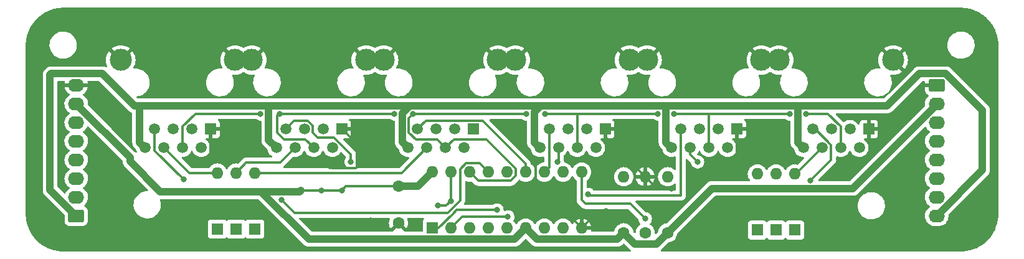
<source format=gbl>
G04 #@! TF.GenerationSoftware,KiCad,Pcbnew,7.0.1*
G04 #@! TF.CreationDate,2023-07-05T16:18:13-05:00*
G04 #@! TF.ProjectId,pn5180 mcp23008 breakout board,706e3531-3830-4206-9d63-703233303038,rev?*
G04 #@! TF.SameCoordinates,Original*
G04 #@! TF.FileFunction,Copper,L2,Bot*
G04 #@! TF.FilePolarity,Positive*
%FSLAX46Y46*%
G04 Gerber Fmt 4.6, Leading zero omitted, Abs format (unit mm)*
G04 Created by KiCad (PCBNEW 7.0.1) date 2023-07-05 16:18:13*
%MOMM*%
%LPD*%
G01*
G04 APERTURE LIST*
G04 Aperture macros list*
%AMRoundRect*
0 Rectangle with rounded corners*
0 $1 Rounding radius*
0 $2 $3 $4 $5 $6 $7 $8 $9 X,Y pos of 4 corners*
0 Add a 4 corners polygon primitive as box body*
4,1,4,$2,$3,$4,$5,$6,$7,$8,$9,$2,$3,0*
0 Add four circle primitives for the rounded corners*
1,1,$1+$1,$2,$3*
1,1,$1+$1,$4,$5*
1,1,$1+$1,$6,$7*
1,1,$1+$1,$8,$9*
0 Add four rect primitives between the rounded corners*
20,1,$1+$1,$2,$3,$4,$5,0*
20,1,$1+$1,$4,$5,$6,$7,0*
20,1,$1+$1,$6,$7,$8,$9,0*
20,1,$1+$1,$8,$9,$2,$3,0*%
G04 Aperture macros list end*
G04 #@! TA.AperFunction,ComponentPad*
%ADD10R,1.600000X1.600000*%
G04 #@! TD*
G04 #@! TA.AperFunction,ComponentPad*
%ADD11O,1.600000X1.600000*%
G04 #@! TD*
G04 #@! TA.AperFunction,ComponentPad*
%ADD12C,3.000000*%
G04 #@! TD*
G04 #@! TA.AperFunction,ComponentPad*
%ADD13C,1.500000*%
G04 #@! TD*
G04 #@! TA.AperFunction,ComponentPad*
%ADD14R,1.500000X1.500000*%
G04 #@! TD*
G04 #@! TA.AperFunction,ComponentPad*
%ADD15RoundRect,0.250000X-0.845000X0.620000X-0.845000X-0.620000X0.845000X-0.620000X0.845000X0.620000X0*%
G04 #@! TD*
G04 #@! TA.AperFunction,ComponentPad*
%ADD16O,2.190000X1.740000*%
G04 #@! TD*
G04 #@! TA.AperFunction,ComponentPad*
%ADD17C,1.600000*%
G04 #@! TD*
G04 #@! TA.AperFunction,ComponentPad*
%ADD18RoundRect,0.250000X0.845000X-0.620000X0.845000X0.620000X-0.845000X0.620000X-0.845000X-0.620000X0*%
G04 #@! TD*
G04 #@! TA.AperFunction,ViaPad*
%ADD19C,0.800000*%
G04 #@! TD*
G04 #@! TA.AperFunction,Conductor*
%ADD20C,0.375000*%
G04 #@! TD*
G04 #@! TA.AperFunction,Conductor*
%ADD21C,1.000000*%
G04 #@! TD*
G04 APERTURE END LIST*
D10*
X138811000Y-104775000D03*
D11*
X141351000Y-104775000D03*
X143891000Y-104775000D03*
X146431000Y-104775000D03*
X148971000Y-104775000D03*
X151511000Y-104775000D03*
X154051000Y-104775000D03*
X156591000Y-104775000D03*
X159131000Y-104775000D03*
X159131000Y-97155000D03*
X156591000Y-97155000D03*
X154051000Y-97155000D03*
X151511000Y-97155000D03*
X148971000Y-97155000D03*
X146431000Y-97155000D03*
X143891000Y-97155000D03*
X141351000Y-97155000D03*
X138811000Y-97155000D03*
D12*
X150114000Y-81915000D03*
X165654000Y-81915000D03*
D13*
X153439000Y-93855000D03*
X154709000Y-91315000D03*
X155979000Y-93855000D03*
X157249000Y-91315000D03*
X158519000Y-93855000D03*
X159789000Y-91315000D03*
X161059000Y-93855000D03*
D14*
X162329000Y-91315000D03*
D12*
X114300000Y-81915000D03*
X129840000Y-81915000D03*
D13*
X117625000Y-93855000D03*
X118895000Y-91315000D03*
X120165000Y-93855000D03*
X121435000Y-91315000D03*
X122705000Y-93855000D03*
X123975000Y-91315000D03*
X125245000Y-93855000D03*
D14*
X126515000Y-91315000D03*
D11*
X114681000Y-97282000D03*
D10*
X114681000Y-104902000D03*
D15*
X207391000Y-85344000D03*
D16*
X207391000Y-87884000D03*
X207391000Y-90424000D03*
X207391000Y-92964000D03*
X207391000Y-95504000D03*
X207391000Y-98044000D03*
X207391000Y-100584000D03*
X207391000Y-103124000D03*
D10*
X185547000Y-105029000D03*
D11*
X185547000Y-97409000D03*
D17*
X170815000Y-105410000D03*
D11*
X170815000Y-97790000D03*
D12*
X96474000Y-81915000D03*
X112014000Y-81915000D03*
D13*
X99799000Y-93855000D03*
X101069000Y-91315000D03*
X102339000Y-93855000D03*
X103609000Y-91315000D03*
X104879000Y-93855000D03*
X106149000Y-91315000D03*
X107419000Y-93855000D03*
D14*
X108689000Y-91315000D03*
X198143000Y-91315000D03*
D13*
X196873000Y-93855000D03*
X195603000Y-91315000D03*
X194333000Y-93855000D03*
X193063000Y-91315000D03*
X191793000Y-93855000D03*
X190523000Y-91315000D03*
X189253000Y-93855000D03*
D12*
X201468000Y-81915000D03*
X185928000Y-81915000D03*
D10*
X183007000Y-105029000D03*
D11*
X183007000Y-97409000D03*
D17*
X134239000Y-104100000D03*
X134239000Y-99100000D03*
D10*
X188087000Y-105029000D03*
D11*
X188087000Y-97409000D03*
D18*
X90424000Y-103124000D03*
D16*
X90424000Y-100584000D03*
X90424000Y-98044000D03*
X90424000Y-95504000D03*
X90424000Y-92964000D03*
X90424000Y-90424000D03*
X90424000Y-87884000D03*
X90424000Y-85344000D03*
D10*
X109601000Y-104902000D03*
D11*
X109601000Y-97282000D03*
D17*
X164846000Y-105410000D03*
D11*
X164846000Y-97790000D03*
D17*
X167767000Y-105410000D03*
D11*
X167767000Y-97790000D03*
X112141000Y-97282000D03*
D10*
X112141000Y-104902000D03*
D12*
X132207000Y-81915000D03*
X147747000Y-81915000D03*
D13*
X135532000Y-93855000D03*
X136802000Y-91315000D03*
X138072000Y-93855000D03*
X139342000Y-91315000D03*
X140612000Y-93855000D03*
X141882000Y-91315000D03*
X143152000Y-93855000D03*
D14*
X144422000Y-91315000D03*
D12*
X168021000Y-81915000D03*
X183561000Y-81915000D03*
D13*
X171346000Y-93855000D03*
X172616000Y-91315000D03*
X173886000Y-93855000D03*
X175156000Y-91315000D03*
X176426000Y-93855000D03*
X177696000Y-91315000D03*
X178966000Y-93855000D03*
D14*
X180236000Y-91315000D03*
D19*
X130429000Y-103759000D03*
X136398000Y-104267000D03*
X177419000Y-105156000D03*
X191516000Y-102362000D03*
X179070000Y-101346000D03*
X153289000Y-100838000D03*
X105537000Y-102997000D03*
X111379000Y-91313000D03*
X107315000Y-96012000D03*
X124968000Y-96393000D03*
X162433000Y-102464000D03*
X149479000Y-91440000D03*
X179832000Y-97536000D03*
X171323000Y-99441000D03*
X160020000Y-100203000D03*
X167767000Y-103505000D03*
X190246000Y-98277500D03*
X105029000Y-98171000D03*
X118364000Y-100965000D03*
X127762000Y-95779500D03*
X139573000Y-101727000D03*
X155829000Y-95779500D03*
X174879000Y-95779500D03*
X189611000Y-89237500D03*
X187403500Y-89237500D03*
X171695500Y-89237500D03*
X169496500Y-89237500D03*
X154108689Y-89237500D03*
X136181214Y-89274714D03*
X133649000Y-89237500D03*
X118061965Y-89237500D03*
X151589500Y-89242097D03*
X115486500Y-89237500D03*
X120961000Y-99622000D03*
X123755000Y-99622000D03*
X126549000Y-99622000D03*
X141351000Y-101074500D03*
X147622494Y-102313506D03*
X149098000Y-103251000D03*
D20*
X108689000Y-94638000D02*
X107315000Y-96012000D01*
X108689000Y-91315000D02*
X108689000Y-94638000D01*
X125222000Y-96647000D02*
X124968000Y-96393000D01*
X128390000Y-96647000D02*
X125222000Y-96647000D01*
X128549500Y-93349500D02*
X128549500Y-96487500D01*
X128549500Y-96487500D02*
X128390000Y-96647000D01*
X126515000Y-91315000D02*
X128549500Y-93349500D01*
X161442000Y-102464000D02*
X162433000Y-102464000D01*
X159131000Y-104775000D02*
X161442000Y-102464000D01*
X152863500Y-98507500D02*
X159131000Y-104775000D01*
X152863500Y-95967501D02*
X152863500Y-98507500D01*
X149479000Y-92583001D02*
X152863500Y-95967501D01*
X149479000Y-91440000D02*
X149479000Y-92583001D01*
X179832000Y-97536000D02*
X180236000Y-97132000D01*
X180236000Y-97132000D02*
X180236000Y-91315000D01*
X167767000Y-97790000D02*
X169418000Y-99441000D01*
X169418000Y-99441000D02*
X171323000Y-99441000D01*
X162329000Y-92352000D02*
X167767000Y-97790000D01*
X162329000Y-91315000D02*
X162329000Y-92352000D01*
X172593000Y-100330000D02*
X160147000Y-100330000D01*
X160147000Y-100330000D02*
X160020000Y-100203000D01*
X172616000Y-100307000D02*
X172593000Y-100330000D01*
X172616000Y-91315000D02*
X172616000Y-100307000D01*
X159131000Y-100965000D02*
X159131000Y-97155000D01*
X159639000Y-101473000D02*
X159131000Y-100965000D01*
X165735000Y-101473000D02*
X159639000Y-101473000D01*
X167767000Y-103505000D02*
X165735000Y-101473000D01*
X193040000Y-95483500D02*
X190246000Y-98277500D01*
X193040000Y-93493332D02*
X193040000Y-95483500D01*
X190861668Y-91315000D02*
X193040000Y-93493332D01*
X190523000Y-91315000D02*
X190861668Y-91315000D01*
X138072000Y-93855000D02*
X134645000Y-97282000D01*
X134645000Y-97282000D02*
X114681000Y-97282000D01*
X105029000Y-98171000D02*
X101069000Y-94211000D01*
X142609494Y-100976506D02*
X140899057Y-102686943D01*
X140899057Y-102686943D02*
X120085943Y-102686943D01*
X101069000Y-94211000D02*
X101069000Y-91315000D01*
X142609494Y-96757127D02*
X142609494Y-100976506D01*
X143399121Y-95967500D02*
X142609494Y-96757127D01*
X120085943Y-102686943D02*
X118364000Y-100965000D01*
X145243500Y-95967500D02*
X143399121Y-95967500D01*
X146431000Y-97155000D02*
X145243500Y-95967500D01*
X120032500Y-90177500D02*
X118895000Y-91315000D01*
X121906168Y-90177500D02*
X120032500Y-90177500D01*
X122572500Y-90843832D02*
X121906168Y-90177500D01*
X122572500Y-91786168D02*
X122572500Y-90843832D01*
X123238832Y-92452500D02*
X122572500Y-91786168D01*
X125451168Y-92452500D02*
X123238832Y-92452500D01*
X127762000Y-95779500D02*
X127762000Y-94763332D01*
X127762000Y-94763332D02*
X125451168Y-92452500D01*
X139573000Y-101727000D02*
X140698500Y-101727000D01*
X140698500Y-101727000D02*
X141351000Y-101074500D01*
X141749500Y-92717500D02*
X140612000Y-93855000D01*
X150158500Y-96663121D02*
X146212879Y-92717500D01*
X146212879Y-92717500D02*
X141749500Y-92717500D01*
X150158500Y-97646879D02*
X150158500Y-96663121D01*
X149462879Y-98342500D02*
X150158500Y-97646879D01*
X145078500Y-98342500D02*
X149462879Y-98342500D01*
X143891000Y-97155000D02*
X145078500Y-98342500D01*
X145664870Y-90177500D02*
X137939500Y-90177500D01*
X151511000Y-96023630D02*
X145664870Y-90177500D01*
X151511000Y-97155000D02*
X151511000Y-96023630D01*
X137939500Y-90177500D02*
X136802000Y-91315000D01*
X154709000Y-96497000D02*
X154709000Y-91315000D01*
X154051000Y-97155000D02*
X154709000Y-96497000D01*
X176426000Y-89260500D02*
X176403000Y-89237500D01*
X176403000Y-89237500D02*
X186183500Y-89237500D01*
X176426000Y-93855000D02*
X176426000Y-89260500D01*
X171695500Y-89237500D02*
X176403000Y-89237500D01*
X158519000Y-89341500D02*
X158623000Y-89237500D01*
X158519000Y-93855000D02*
X158519000Y-89341500D01*
X158623000Y-89237500D02*
X169496500Y-89237500D01*
X154108689Y-89237500D02*
X158623000Y-89237500D01*
X118061965Y-89237500D02*
X133649000Y-89237500D01*
D21*
X134748500Y-93071500D02*
X135532000Y-93855000D01*
X134748500Y-89152500D02*
X134748500Y-93071500D01*
X135763000Y-88138000D02*
X134748500Y-89152500D01*
D20*
X135636000Y-91757668D02*
X135636000Y-89819928D01*
X136595832Y-92717500D02*
X135636000Y-91757668D01*
X139474500Y-92717500D02*
X136595832Y-92717500D01*
X140612000Y-93855000D02*
X139474500Y-92717500D01*
X135636000Y-89819928D02*
X136181214Y-89274714D01*
X106617832Y-89237500D02*
X104879000Y-90976332D01*
X104879000Y-90976332D02*
X104879000Y-93855000D01*
X115486500Y-89237500D02*
X106617832Y-89237500D01*
D21*
X116586000Y-92816000D02*
X117625000Y-93855000D01*
X116586000Y-88138000D02*
X116586000Y-92816000D01*
X116586000Y-88138000D02*
X117475000Y-88138000D01*
X99822000Y-88138000D02*
X116586000Y-88138000D01*
D20*
X117757500Y-89541965D02*
X118061965Y-89237500D01*
X117757500Y-91786168D02*
X117757500Y-89541965D01*
X121567500Y-92717500D02*
X118688832Y-92717500D01*
X122705000Y-93855000D02*
X121567500Y-92717500D01*
X118688832Y-92717500D02*
X117757500Y-91786168D01*
D21*
X138811000Y-97155000D02*
X136866000Y-99100000D01*
X136866000Y-99100000D02*
X134239000Y-99100000D01*
X207391000Y-87978685D02*
X207391000Y-87884000D01*
X195992685Y-99377000D02*
X207391000Y-87978685D01*
X176848000Y-99377000D02*
X195992685Y-99377000D01*
X170815000Y-105410000D02*
X176848000Y-99377000D01*
X169315000Y-106910000D02*
X170815000Y-105410000D01*
X166346000Y-106910000D02*
X169315000Y-106910000D01*
X164846000Y-105410000D02*
X166346000Y-106910000D01*
X163981000Y-106275000D02*
X164846000Y-105410000D01*
X153011000Y-106275000D02*
X163981000Y-106275000D01*
X151511000Y-104775000D02*
X153011000Y-106275000D01*
X150011000Y-106275000D02*
X151511000Y-104775000D01*
X122023000Y-106275000D02*
X150011000Y-106275000D01*
X115570000Y-99822000D02*
X120761000Y-99822000D01*
X101854000Y-99822000D02*
X115570000Y-99822000D01*
X115570000Y-99822000D02*
X122023000Y-106275000D01*
X120761000Y-99822000D02*
X120961000Y-99622000D01*
X97726000Y-95694000D02*
X101854000Y-99822000D01*
X90424000Y-87884000D02*
X97726000Y-95186000D01*
X97726000Y-95186000D02*
X97726000Y-95694000D01*
D20*
X188239000Y-97409000D02*
X191793000Y-93855000D01*
X188087000Y-97409000D02*
X188239000Y-97409000D01*
X155979000Y-95629500D02*
X155829000Y-95779500D01*
X155979000Y-93855000D02*
X155979000Y-95629500D01*
X173886000Y-94786500D02*
X174879000Y-95779500D01*
X173886000Y-93855000D02*
X173886000Y-94786500D01*
X141351000Y-101074500D02*
X141351000Y-97155000D01*
X189611000Y-89237500D02*
X192594168Y-89237500D01*
X194333000Y-90976332D02*
X194333000Y-93855000D01*
X186183500Y-89237500D02*
X187403500Y-89237500D01*
X192594168Y-89237500D02*
X194333000Y-90976332D01*
X136181214Y-89274714D02*
X151556883Y-89274714D01*
X151556883Y-89274714D02*
X151589500Y-89242097D01*
X123755000Y-99622000D02*
X120961000Y-99622000D01*
X126549000Y-99622000D02*
X123755000Y-99622000D01*
X127071000Y-99100000D02*
X126549000Y-99622000D01*
X134239000Y-99100000D02*
X127071000Y-99100000D01*
D21*
X86868000Y-83947000D02*
X86868000Y-99568000D01*
X86868000Y-99568000D02*
X90424000Y-103124000D01*
X87041000Y-83774000D02*
X86868000Y-83947000D01*
X93979243Y-83774000D02*
X87041000Y-83774000D01*
X98343243Y-88138000D02*
X93979243Y-83774000D01*
X99822000Y-88138000D02*
X98343243Y-88138000D01*
X99060000Y-88138000D02*
X99822000Y-88138000D01*
X117475000Y-88138000D02*
X135763000Y-88138000D01*
X135763000Y-88138000D02*
X153543000Y-88138000D01*
X152689000Y-88992000D02*
X153543000Y-88138000D01*
X152689000Y-93105000D02*
X152689000Y-88992000D01*
X153543000Y-88138000D02*
X170561000Y-88138000D01*
X153439000Y-93855000D02*
X152689000Y-93105000D01*
X170596000Y-93105000D02*
X170596000Y-88173000D01*
X171346000Y-93855000D02*
X170596000Y-93105000D01*
X170561000Y-88138000D02*
X188468000Y-88138000D01*
X170596000Y-88173000D02*
X170561000Y-88138000D01*
X188503000Y-88173000D02*
X188468000Y-88138000D01*
X188503000Y-93105000D02*
X188503000Y-88173000D01*
X189253000Y-93855000D02*
X188503000Y-93105000D01*
X188468000Y-88138000D02*
X200660000Y-88138000D01*
X213614000Y-88758497D02*
X213614000Y-96901000D01*
X213614000Y-96901000D02*
X207391000Y-103124000D01*
X208629503Y-83774000D02*
X213614000Y-88758497D01*
X205024000Y-83774000D02*
X208629503Y-83774000D01*
X200660000Y-88138000D02*
X205024000Y-83774000D01*
X99049000Y-88149000D02*
X99060000Y-88138000D01*
X99049000Y-93105000D02*
X99049000Y-88149000D01*
X99799000Y-93855000D02*
X99049000Y-93105000D01*
D20*
X142133115Y-102313506D02*
X147622494Y-102313506D01*
X141576621Y-102870000D02*
X142133115Y-102313506D01*
X142875000Y-103251000D02*
X149098000Y-103251000D01*
X141351000Y-104775000D02*
X142875000Y-103251000D01*
X139671621Y-104775000D02*
X138811000Y-104775000D01*
X141576621Y-102870000D02*
X139671621Y-104775000D01*
X118135000Y-95885000D02*
X120165000Y-93855000D01*
X113538000Y-95885000D02*
X118135000Y-95885000D01*
X112141000Y-97282000D02*
X113538000Y-95885000D01*
X105766000Y-97282000D02*
X102339000Y-93855000D01*
X109601000Y-97282000D02*
X105766000Y-97282000D01*
G04 #@! TA.AperFunction,Conductor*
G36*
X210695562Y-74803605D02*
G01*
X210910373Y-74812490D01*
X211113249Y-74821348D01*
X211123120Y-74822177D01*
X211338510Y-74849026D01*
X211338963Y-74849084D01*
X211541504Y-74875749D01*
X211550718Y-74877319D01*
X211762797Y-74921787D01*
X211763827Y-74922009D01*
X211963566Y-74966290D01*
X211972092Y-74968502D01*
X212109957Y-75009546D01*
X212179503Y-75030251D01*
X212181407Y-75030835D01*
X212232925Y-75047078D01*
X212376404Y-75092316D01*
X212384119Y-75095034D01*
X212585754Y-75173712D01*
X212588027Y-75174626D01*
X212776987Y-75252896D01*
X212783965Y-75256043D01*
X212978405Y-75351098D01*
X212981080Y-75352449D01*
X213071300Y-75399415D01*
X213162482Y-75446882D01*
X213168698Y-75450348D01*
X213354533Y-75561081D01*
X213357685Y-75563024D01*
X213530116Y-75672875D01*
X213535545Y-75676538D01*
X213711570Y-75802218D01*
X213715002Y-75804759D01*
X213877219Y-75929232D01*
X213881874Y-75932985D01*
X214046920Y-76072771D01*
X214050552Y-76075972D01*
X214201327Y-76214132D01*
X214205235Y-76217873D01*
X214358125Y-76370763D01*
X214361866Y-76374671D01*
X214500026Y-76525446D01*
X214503227Y-76529078D01*
X214643013Y-76694124D01*
X214646766Y-76698779D01*
X214771239Y-76860996D01*
X214773780Y-76864428D01*
X214899460Y-77040453D01*
X214903123Y-77045882D01*
X215012974Y-77218313D01*
X215014917Y-77221465D01*
X215125650Y-77407300D01*
X215129116Y-77413516D01*
X215223534Y-77594889D01*
X215224946Y-77597686D01*
X215319942Y-77792004D01*
X215323102Y-77799011D01*
X215401351Y-77987920D01*
X215402307Y-77990298D01*
X215480949Y-78191838D01*
X215483693Y-78199627D01*
X215545163Y-78394591D01*
X215545747Y-78396495D01*
X215607494Y-78603898D01*
X215609710Y-78612441D01*
X215653949Y-78811987D01*
X215654249Y-78813380D01*
X215698675Y-79025260D01*
X215700253Y-79034521D01*
X215726887Y-79236829D01*
X215726996Y-79237676D01*
X215753818Y-79452849D01*
X215754652Y-79462778D01*
X215763512Y-79665701D01*
X215763524Y-79665986D01*
X215772394Y-79880438D01*
X215772500Y-79885562D01*
X215772500Y-102867438D01*
X215772394Y-102872562D01*
X215763524Y-103087013D01*
X215763512Y-103087298D01*
X215754652Y-103290220D01*
X215753818Y-103300149D01*
X215726996Y-103515322D01*
X215726887Y-103516169D01*
X215700253Y-103718477D01*
X215698675Y-103727738D01*
X215654249Y-103939618D01*
X215653949Y-103941011D01*
X215609710Y-104140557D01*
X215607494Y-104149100D01*
X215545747Y-104356503D01*
X215545163Y-104358407D01*
X215483693Y-104553371D01*
X215480949Y-104561160D01*
X215402307Y-104762700D01*
X215401351Y-104765078D01*
X215323102Y-104953987D01*
X215319942Y-104960994D01*
X215224946Y-105155312D01*
X215223534Y-105158109D01*
X215129116Y-105339482D01*
X215125650Y-105345698D01*
X215014917Y-105531533D01*
X215012974Y-105534685D01*
X214903123Y-105707116D01*
X214899460Y-105712545D01*
X214773780Y-105888570D01*
X214771239Y-105892002D01*
X214646766Y-106054219D01*
X214643013Y-106058874D01*
X214503227Y-106223920D01*
X214500026Y-106227552D01*
X214361866Y-106378327D01*
X214358125Y-106382235D01*
X214205235Y-106535125D01*
X214201327Y-106538866D01*
X214050552Y-106677026D01*
X214046920Y-106680227D01*
X213881874Y-106820013D01*
X213877219Y-106823766D01*
X213715002Y-106948239D01*
X213711570Y-106950780D01*
X213535545Y-107076460D01*
X213530116Y-107080123D01*
X213357685Y-107189974D01*
X213354533Y-107191917D01*
X213168698Y-107302650D01*
X213162482Y-107306116D01*
X212981109Y-107400534D01*
X212978312Y-107401946D01*
X212783994Y-107496942D01*
X212776987Y-107500102D01*
X212588078Y-107578351D01*
X212585700Y-107579307D01*
X212384160Y-107657949D01*
X212376371Y-107660693D01*
X212181407Y-107722163D01*
X212179503Y-107722747D01*
X211972100Y-107784494D01*
X211963557Y-107786710D01*
X211764011Y-107830949D01*
X211762618Y-107831249D01*
X211550738Y-107875675D01*
X211541477Y-107877253D01*
X211339169Y-107903887D01*
X211338322Y-107903996D01*
X211123149Y-107930818D01*
X211113220Y-107931652D01*
X210910408Y-107940507D01*
X210910124Y-107940519D01*
X210695563Y-107949394D01*
X210690438Y-107949500D01*
X169974926Y-107949500D01*
X169916959Y-107935117D01*
X169872440Y-107895304D01*
X169851696Y-107839298D01*
X169859540Y-107780091D01*
X169894151Y-107731418D01*
X169912582Y-107715594D01*
X169925114Y-107706144D01*
X169950519Y-107689402D01*
X169992251Y-107647668D01*
X169999123Y-107641300D01*
X170043895Y-107602866D01*
X170062519Y-107578803D01*
X170072880Y-107567039D01*
X170903035Y-106736884D01*
X170938309Y-106712185D01*
X170979907Y-106701040D01*
X170999066Y-106699363D01*
X171041692Y-106695635D01*
X171261496Y-106636739D01*
X171467734Y-106540568D01*
X171654139Y-106410047D01*
X171815047Y-106249139D01*
X171945568Y-106062734D01*
X172032239Y-105876869D01*
X181706500Y-105876869D01*
X181712909Y-105936484D01*
X181715836Y-105944331D01*
X181763204Y-106071331D01*
X181849454Y-106186546D01*
X181964669Y-106272796D01*
X182099517Y-106323091D01*
X182159127Y-106329500D01*
X183854872Y-106329499D01*
X183914483Y-106323091D01*
X184049331Y-106272796D01*
X184164546Y-106186546D01*
X184177731Y-106168931D01*
X184221495Y-106132357D01*
X184277000Y-106119241D01*
X184332505Y-106132357D01*
X184376267Y-106168931D01*
X184389452Y-106186544D01*
X184389453Y-106186544D01*
X184389454Y-106186546D01*
X184504669Y-106272796D01*
X184639517Y-106323091D01*
X184699127Y-106329500D01*
X186394872Y-106329499D01*
X186454483Y-106323091D01*
X186589331Y-106272796D01*
X186704546Y-106186546D01*
X186717731Y-106168931D01*
X186761495Y-106132357D01*
X186817000Y-106119241D01*
X186872505Y-106132357D01*
X186916267Y-106168931D01*
X186929452Y-106186544D01*
X186929453Y-106186544D01*
X186929454Y-106186546D01*
X187044669Y-106272796D01*
X187179517Y-106323091D01*
X187239127Y-106329500D01*
X188934872Y-106329499D01*
X188994483Y-106323091D01*
X189129331Y-106272796D01*
X189244546Y-106186546D01*
X189330796Y-106071331D01*
X189381091Y-105936483D01*
X189387500Y-105876873D01*
X189387499Y-104181128D01*
X189381091Y-104121517D01*
X189330796Y-103986669D01*
X189244546Y-103871454D01*
X189129331Y-103785204D01*
X188994483Y-103734909D01*
X188934873Y-103728500D01*
X188934869Y-103728500D01*
X187239130Y-103728500D01*
X187179515Y-103734909D01*
X187044669Y-103785204D01*
X186929452Y-103871454D01*
X186916266Y-103889070D01*
X186872504Y-103925642D01*
X186817000Y-103938758D01*
X186761496Y-103925642D01*
X186717734Y-103889070D01*
X186704547Y-103871454D01*
X186589331Y-103785204D01*
X186454483Y-103734909D01*
X186394873Y-103728500D01*
X186394869Y-103728500D01*
X184699130Y-103728500D01*
X184639515Y-103734909D01*
X184504669Y-103785204D01*
X184389452Y-103871454D01*
X184376266Y-103889070D01*
X184332504Y-103925642D01*
X184277000Y-103938758D01*
X184221496Y-103925642D01*
X184177734Y-103889070D01*
X184164547Y-103871454D01*
X184049331Y-103785204D01*
X183914483Y-103734909D01*
X183854873Y-103728500D01*
X183854869Y-103728500D01*
X182159130Y-103728500D01*
X182099515Y-103734909D01*
X181964669Y-103785204D01*
X181849454Y-103871454D01*
X181763204Y-103986668D01*
X181712909Y-104121515D01*
X181712909Y-104121517D01*
X181706833Y-104178036D01*
X181706500Y-104181130D01*
X181706500Y-105876869D01*
X172032239Y-105876869D01*
X172041739Y-105856496D01*
X172100635Y-105636692D01*
X172106039Y-105574907D01*
X172117185Y-105533309D01*
X172141884Y-105498035D01*
X175845156Y-101794764D01*
X196646787Y-101794764D01*
X196676413Y-102064016D01*
X196699802Y-102153478D01*
X196744928Y-102326088D01*
X196845605Y-102563000D01*
X196850871Y-102575392D01*
X196991982Y-102806611D01*
X197148580Y-102994783D01*
X197165255Y-103014820D01*
X197366998Y-103195582D01*
X197592910Y-103345044D01*
X197689047Y-103390111D01*
X197838177Y-103460021D01*
X198094913Y-103537261D01*
X198097569Y-103538060D01*
X198365561Y-103577500D01*
X198568631Y-103577500D01*
X198568634Y-103577500D01*
X198771156Y-103562677D01*
X198822013Y-103551348D01*
X199035553Y-103503780D01*
X199288558Y-103407014D01*
X199524777Y-103274441D01*
X199739177Y-103108888D01*
X199927186Y-102913881D01*
X200084799Y-102693579D01*
X200208656Y-102452675D01*
X200296118Y-102196305D01*
X200345319Y-101929933D01*
X200355212Y-101659235D01*
X200325586Y-101389982D01*
X200257072Y-101127912D01*
X200151130Y-100878610D01*
X200051239Y-100714933D01*
X200010017Y-100647388D01*
X199836746Y-100439181D01*
X199800692Y-100406877D01*
X199635002Y-100258418D01*
X199409090Y-100108956D01*
X199403294Y-100106239D01*
X199163822Y-99993978D01*
X198904437Y-99915941D01*
X198904431Y-99915940D01*
X198636439Y-99876500D01*
X198433369Y-99876500D01*
X198433366Y-99876500D01*
X198230843Y-99891322D01*
X197966449Y-99950219D01*
X197713441Y-100046986D01*
X197477223Y-100179559D01*
X197262825Y-100345109D01*
X197074813Y-100540120D01*
X196917201Y-100760420D01*
X196822987Y-100943668D01*
X196796599Y-100994995D01*
X196793342Y-101001329D01*
X196705881Y-101257695D01*
X196656680Y-101524066D01*
X196646787Y-101794764D01*
X175845156Y-101794764D01*
X177226101Y-100413819D01*
X177266330Y-100386939D01*
X177313783Y-100377500D01*
X195978406Y-100377500D01*
X195981547Y-100377539D01*
X196069048Y-100379757D01*
X196127117Y-100369348D01*
X196136421Y-100368043D01*
X196195123Y-100362074D01*
X196224152Y-100352965D01*
X196239385Y-100349226D01*
X196269338Y-100343858D01*
X196324111Y-100321978D01*
X196332986Y-100318819D01*
X196350360Y-100313367D01*
X196389273Y-100301159D01*
X196415879Y-100286390D01*
X196430047Y-100279662D01*
X196458302Y-100268377D01*
X196507564Y-100235909D01*
X196515595Y-100231043D01*
X196567187Y-100202409D01*
X196590272Y-100182589D01*
X196602799Y-100173144D01*
X196628204Y-100156402D01*
X196669936Y-100114668D01*
X196676808Y-100108300D01*
X196721580Y-100069866D01*
X196740204Y-100045803D01*
X196750565Y-100034039D01*
X205751978Y-91032626D01*
X205798969Y-91003175D01*
X205854101Y-90997153D01*
X205906344Y-91015768D01*
X205945245Y-91055293D01*
X206027572Y-91189000D01*
X206060139Y-91241892D01*
X206214270Y-91417019D01*
X206395776Y-91563576D01*
X206436101Y-91586103D01*
X206481217Y-91629343D01*
X206499515Y-91689094D01*
X206486350Y-91750182D01*
X206445064Y-91797092D01*
X206301912Y-91893846D01*
X206133483Y-92055272D01*
X205994760Y-92242838D01*
X205889730Y-92451152D01*
X205828180Y-92652134D01*
X205821417Y-92674220D01*
X205792325Y-92901406D01*
X205791784Y-92905627D01*
X205801685Y-93138704D01*
X205850836Y-93366767D01*
X205934067Y-93573893D01*
X205937821Y-93583235D01*
X206060138Y-93781891D01*
X206122298Y-93852519D01*
X206214270Y-93957019D01*
X206395776Y-94103576D01*
X206436101Y-94126103D01*
X206481217Y-94169343D01*
X206499515Y-94229094D01*
X206486350Y-94290182D01*
X206445064Y-94337092D01*
X206301912Y-94433846D01*
X206133483Y-94595272D01*
X205994760Y-94782838D01*
X205889730Y-94991152D01*
X205821417Y-95214219D01*
X205814103Y-95271332D01*
X205794441Y-95424880D01*
X205791784Y-95445627D01*
X205801685Y-95678704D01*
X205850836Y-95906767D01*
X205935389Y-96117183D01*
X205937821Y-96123235D01*
X206060138Y-96321891D01*
X206066851Y-96329519D01*
X206214270Y-96497019D01*
X206395776Y-96643576D01*
X206436101Y-96666103D01*
X206481217Y-96709343D01*
X206499515Y-96769094D01*
X206486350Y-96830182D01*
X206445064Y-96877092D01*
X206301912Y-96973846D01*
X206133483Y-97135272D01*
X205994760Y-97322838D01*
X205889730Y-97531152D01*
X205822793Y-97749725D01*
X205821417Y-97754220D01*
X205794555Y-97963990D01*
X205791784Y-97985627D01*
X205801685Y-98218704D01*
X205850836Y-98446767D01*
X205926676Y-98635500D01*
X205937821Y-98663235D01*
X206060138Y-98861891D01*
X206208532Y-99030500D01*
X206214270Y-99037019D01*
X206395776Y-99183576D01*
X206436101Y-99206103D01*
X206481217Y-99249343D01*
X206499515Y-99309094D01*
X206486350Y-99370182D01*
X206445064Y-99417092D01*
X206301912Y-99513846D01*
X206133483Y-99675272D01*
X205994760Y-99862838D01*
X205889730Y-100071152D01*
X205821417Y-100294219D01*
X205817253Y-100326738D01*
X205794605Y-100503600D01*
X205791784Y-100525627D01*
X205801685Y-100758704D01*
X205850836Y-100986767D01*
X205934425Y-101194784D01*
X205937821Y-101203235D01*
X206060138Y-101401891D01*
X206172319Y-101529354D01*
X206214270Y-101577019D01*
X206395776Y-101723576D01*
X206436101Y-101746103D01*
X206481217Y-101789343D01*
X206499515Y-101849094D01*
X206486350Y-101910182D01*
X206445064Y-101957092D01*
X206301912Y-102053846D01*
X206133483Y-102215272D01*
X205994760Y-102402838D01*
X205889730Y-102611152D01*
X205822062Y-102832112D01*
X205821417Y-102834220D01*
X205806933Y-102947330D01*
X205791784Y-103065627D01*
X205801685Y-103298704D01*
X205850836Y-103526767D01*
X205933575Y-103732669D01*
X205937821Y-103743235D01*
X206060138Y-103941891D01*
X206199290Y-104099999D01*
X206214270Y-104117019D01*
X206395776Y-104263576D01*
X206599448Y-104377354D01*
X206819418Y-104455074D01*
X207049351Y-104494500D01*
X207049353Y-104494500D01*
X207674216Y-104494500D01*
X207674220Y-104494500D01*
X207797592Y-104483999D01*
X207848453Y-104479670D01*
X207998963Y-104440479D01*
X208074220Y-104420885D01*
X208180510Y-104372838D01*
X208286802Y-104324792D01*
X208480088Y-104194153D01*
X208648516Y-104032728D01*
X208787240Y-103845161D01*
X208892270Y-103636847D01*
X208960583Y-103413780D01*
X208990216Y-103182376D01*
X208982638Y-103004017D01*
X208990983Y-102953745D01*
X209018843Y-102911076D01*
X214311389Y-97618529D01*
X214313559Y-97616413D01*
X214377053Y-97556059D01*
X214410759Y-97507630D01*
X214416428Y-97500113D01*
X214453698Y-97454407D01*
X214467783Y-97427439D01*
X214475918Y-97414015D01*
X214482373Y-97404740D01*
X214493295Y-97389049D01*
X214516568Y-97334815D01*
X214520598Y-97326331D01*
X214522423Y-97322839D01*
X214547909Y-97274049D01*
X214556278Y-97244797D01*
X214561534Y-97230032D01*
X214573540Y-97202058D01*
X214585418Y-97144256D01*
X214587651Y-97135156D01*
X214603887Y-97078418D01*
X214606197Y-97048077D01*
X214608376Y-97032535D01*
X214614500Y-97002741D01*
X214614500Y-96943758D01*
X214614858Y-96934344D01*
X214617136Y-96904422D01*
X214619337Y-96875524D01*
X214615493Y-96845348D01*
X214614500Y-96829683D01*
X214614500Y-88772736D01*
X214614540Y-88769594D01*
X214616756Y-88682135D01*
X214606351Y-88624082D01*
X214605042Y-88614750D01*
X214604067Y-88605161D01*
X214599074Y-88556059D01*
X214589967Y-88527034D01*
X214586223Y-88511783D01*
X214584690Y-88503231D01*
X214580858Y-88481844D01*
X214580857Y-88481842D01*
X214580857Y-88481840D01*
X214558976Y-88427062D01*
X214555816Y-88418186D01*
X214549121Y-88396847D01*
X214538159Y-88361909D01*
X214523395Y-88335309D01*
X214516660Y-88321128D01*
X214505377Y-88292880D01*
X214472917Y-88243628D01*
X214468036Y-88235571D01*
X214439474Y-88184113D01*
X214439409Y-88183995D01*
X214419582Y-88160900D01*
X214410146Y-88148385D01*
X214393402Y-88122978D01*
X214393400Y-88122976D01*
X214393399Y-88122974D01*
X214351693Y-88081269D01*
X214345287Y-88074357D01*
X214306864Y-88029599D01*
X214282804Y-88010975D01*
X214271026Y-88000602D01*
X209347070Y-83076647D01*
X209344915Y-83074438D01*
X209284562Y-83010947D01*
X209236143Y-82977246D01*
X209228621Y-82971575D01*
X209182908Y-82934300D01*
X209155943Y-82920215D01*
X209142522Y-82912084D01*
X209117552Y-82894705D01*
X209117551Y-82894704D01*
X209117549Y-82894703D01*
X209063348Y-82871443D01*
X209054839Y-82867402D01*
X209002556Y-82840092D01*
X208996629Y-82838396D01*
X208973301Y-82831721D01*
X208958523Y-82826459D01*
X208930561Y-82814460D01*
X208872775Y-82802583D01*
X208863631Y-82800338D01*
X208806924Y-82784113D01*
X208776578Y-82781802D01*
X208761037Y-82779622D01*
X208731245Y-82773500D01*
X208731244Y-82773500D01*
X208672261Y-82773500D01*
X208662847Y-82773142D01*
X208637895Y-82771242D01*
X208604027Y-82768663D01*
X208604026Y-82768663D01*
X208573852Y-82772506D01*
X208558186Y-82773500D01*
X205038279Y-82773500D01*
X205035137Y-82773460D01*
X204947637Y-82771242D01*
X204889580Y-82781648D01*
X204880251Y-82782957D01*
X204821562Y-82788926D01*
X204792527Y-82798035D01*
X204777290Y-82801774D01*
X204747350Y-82807141D01*
X204692567Y-82829022D01*
X204683698Y-82832179D01*
X204627410Y-82849841D01*
X204600809Y-82864605D01*
X204586639Y-82871335D01*
X204558385Y-82882622D01*
X204509121Y-82915087D01*
X204501070Y-82919964D01*
X204449498Y-82948590D01*
X204426414Y-82968407D01*
X204413887Y-82977853D01*
X204388481Y-82994598D01*
X204346775Y-83036303D01*
X204339868Y-83042704D01*
X204295103Y-83081135D01*
X204276480Y-83105193D01*
X204266108Y-83116969D01*
X200873790Y-86509288D01*
X200848320Y-86524044D01*
X200832798Y-86550281D01*
X200281899Y-87101181D01*
X200241671Y-87128061D01*
X200194218Y-87137500D01*
X188569741Y-87137500D01*
X188510758Y-87137500D01*
X188501344Y-87137142D01*
X188487266Y-87136070D01*
X188442524Y-87132663D01*
X188442523Y-87132663D01*
X188412349Y-87136506D01*
X188396683Y-87137500D01*
X170662741Y-87137500D01*
X170603758Y-87137500D01*
X170594344Y-87137142D01*
X170580266Y-87136070D01*
X170535524Y-87132663D01*
X170535523Y-87132663D01*
X170505349Y-87136506D01*
X170489683Y-87137500D01*
X153644741Y-87137500D01*
X153557238Y-87137500D01*
X153554096Y-87137460D01*
X153466636Y-87135243D01*
X153464904Y-87135554D01*
X153443024Y-87137500D01*
X135864741Y-87137500D01*
X135777279Y-87137500D01*
X135774137Y-87137460D01*
X135686640Y-87135242D01*
X135685583Y-87135431D01*
X135684894Y-87135555D01*
X135663019Y-87137500D01*
X117576741Y-87137500D01*
X116687741Y-87137500D01*
X116614501Y-87137500D01*
X116608221Y-87137341D01*
X116604297Y-87137142D01*
X116535064Y-87133630D01*
X116520559Y-87135853D01*
X116519142Y-87136070D01*
X116500365Y-87137500D01*
X99923741Y-87137500D01*
X99074238Y-87137500D01*
X99071096Y-87137460D01*
X98983636Y-87135243D01*
X98981904Y-87135554D01*
X98960024Y-87137500D01*
X98809026Y-87137500D01*
X98761573Y-87128061D01*
X98721345Y-87101181D01*
X98661573Y-87041409D01*
X98628099Y-86980136D01*
X98633036Y-86910491D01*
X98674820Y-86854553D01*
X98740203Y-86830059D01*
X98802805Y-86825477D01*
X98855009Y-86813848D01*
X99070775Y-86765784D01*
X99327198Y-86667711D01*
X99566609Y-86533347D01*
X99783904Y-86365557D01*
X99974454Y-86167916D01*
X100134196Y-85944637D01*
X100259727Y-85700479D01*
X100348370Y-85440646D01*
X100398236Y-85170674D01*
X100403242Y-85033678D01*
X108079737Y-85033678D01*
X108109763Y-85306569D01*
X108109764Y-85306571D01*
X108179204Y-85572182D01*
X108257785Y-85757098D01*
X108286577Y-85824852D01*
X108370890Y-85963005D01*
X108429595Y-86059196D01*
X108605209Y-86270218D01*
X108809677Y-86453423D01*
X109038641Y-86604904D01*
X109287221Y-86721433D01*
X109550119Y-86800527D01*
X109821731Y-86840500D01*
X110027547Y-86840500D01*
X110027551Y-86840500D01*
X110232805Y-86825477D01*
X110285009Y-86813848D01*
X110500775Y-86765784D01*
X110757198Y-86667711D01*
X110996609Y-86533347D01*
X111213904Y-86365557D01*
X111404454Y-86167916D01*
X111564196Y-85944637D01*
X111689727Y-85700479D01*
X111778370Y-85440646D01*
X111828236Y-85170674D01*
X111838262Y-84896320D01*
X111808236Y-84623429D01*
X111738796Y-84357818D01*
X111631423Y-84105148D01*
X111621263Y-84088501D01*
X111603110Y-84023957D01*
X111621211Y-83959397D01*
X111670275Y-83913698D01*
X111735957Y-83900222D01*
X112014000Y-83920109D01*
X112299357Y-83899699D01*
X112578902Y-83838888D01*
X112846952Y-83738911D01*
X113097573Y-83602062D01*
X113157000Y-83586894D01*
X113216427Y-83602062D01*
X113467047Y-83738911D01*
X113735097Y-83838888D01*
X114014642Y-83899699D01*
X114299999Y-83920109D01*
X114581852Y-83899950D01*
X114645511Y-83912406D01*
X114694170Y-83955301D01*
X114714515Y-84016894D01*
X114700976Y-84080332D01*
X114624272Y-84229521D01*
X114535629Y-84489352D01*
X114485763Y-84759325D01*
X114475737Y-85033678D01*
X114505763Y-85306569D01*
X114505764Y-85306571D01*
X114575204Y-85572182D01*
X114653785Y-85757098D01*
X114682577Y-85824852D01*
X114766890Y-85963005D01*
X114825595Y-86059196D01*
X115001209Y-86270218D01*
X115205677Y-86453423D01*
X115434641Y-86604904D01*
X115683221Y-86721433D01*
X115946119Y-86800527D01*
X116217731Y-86840500D01*
X116423547Y-86840500D01*
X116423551Y-86840500D01*
X116628805Y-86825477D01*
X116681009Y-86813848D01*
X116896775Y-86765784D01*
X117153198Y-86667711D01*
X117392609Y-86533347D01*
X117609904Y-86365557D01*
X117800454Y-86167916D01*
X117960196Y-85944637D01*
X118085727Y-85700479D01*
X118174370Y-85440646D01*
X118224236Y-85170674D01*
X118229242Y-85033678D01*
X125905737Y-85033678D01*
X125935763Y-85306569D01*
X125935764Y-85306571D01*
X126005204Y-85572182D01*
X126083785Y-85757098D01*
X126112577Y-85824852D01*
X126196890Y-85963005D01*
X126255595Y-86059196D01*
X126431209Y-86270218D01*
X126635677Y-86453423D01*
X126864641Y-86604904D01*
X127113221Y-86721433D01*
X127376119Y-86800527D01*
X127647731Y-86840500D01*
X127853547Y-86840500D01*
X127853551Y-86840500D01*
X128058805Y-86825477D01*
X128111009Y-86813848D01*
X128326775Y-86765784D01*
X128583198Y-86667711D01*
X128822609Y-86533347D01*
X129039904Y-86365557D01*
X129230454Y-86167916D01*
X129390196Y-85944637D01*
X129515727Y-85700479D01*
X129604370Y-85440646D01*
X129654236Y-85170674D01*
X129664262Y-84896320D01*
X129634236Y-84623429D01*
X129564796Y-84357818D01*
X129457423Y-84105148D01*
X129447263Y-84088501D01*
X129429110Y-84023957D01*
X129447211Y-83959397D01*
X129496275Y-83913698D01*
X129561957Y-83900222D01*
X129840000Y-83920109D01*
X130125357Y-83899699D01*
X130404902Y-83838888D01*
X130672952Y-83738911D01*
X130924042Y-83601806D01*
X130949188Y-83582982D01*
X130997141Y-83561082D01*
X131049859Y-83561082D01*
X131097812Y-83582982D01*
X131122957Y-83601806D01*
X131374047Y-83738911D01*
X131642097Y-83838888D01*
X131921642Y-83899699D01*
X132206999Y-83920109D01*
X132488852Y-83899950D01*
X132552511Y-83912406D01*
X132601170Y-83955301D01*
X132621515Y-84016894D01*
X132607976Y-84080332D01*
X132531272Y-84229521D01*
X132442629Y-84489352D01*
X132392763Y-84759325D01*
X132382737Y-85033678D01*
X132412763Y-85306569D01*
X132412764Y-85306571D01*
X132482204Y-85572182D01*
X132560785Y-85757098D01*
X132589577Y-85824852D01*
X132673890Y-85963005D01*
X132732595Y-86059196D01*
X132908209Y-86270218D01*
X133112677Y-86453423D01*
X133341641Y-86604904D01*
X133590221Y-86721433D01*
X133853119Y-86800527D01*
X134124731Y-86840500D01*
X134330547Y-86840500D01*
X134330551Y-86840500D01*
X134535805Y-86825477D01*
X134588009Y-86813848D01*
X134803775Y-86765784D01*
X135060198Y-86667711D01*
X135299609Y-86533347D01*
X135516904Y-86365557D01*
X135707454Y-86167916D01*
X135867196Y-85944637D01*
X135992727Y-85700479D01*
X136081370Y-85440646D01*
X136131236Y-85170674D01*
X136136242Y-85033678D01*
X143812737Y-85033678D01*
X143842763Y-85306569D01*
X143842764Y-85306571D01*
X143912204Y-85572182D01*
X143990785Y-85757098D01*
X144019577Y-85824852D01*
X144103890Y-85963005D01*
X144162595Y-86059196D01*
X144338209Y-86270218D01*
X144542677Y-86453423D01*
X144771641Y-86604904D01*
X145020221Y-86721433D01*
X145283119Y-86800527D01*
X145554731Y-86840500D01*
X145760547Y-86840500D01*
X145760551Y-86840500D01*
X145965805Y-86825477D01*
X146018009Y-86813848D01*
X146233775Y-86765784D01*
X146490198Y-86667711D01*
X146729609Y-86533347D01*
X146946904Y-86365557D01*
X147137454Y-86167916D01*
X147297196Y-85944637D01*
X147422727Y-85700479D01*
X147511370Y-85440646D01*
X147561236Y-85170674D01*
X147571262Y-84896320D01*
X147541236Y-84623429D01*
X147471796Y-84357818D01*
X147364423Y-84105148D01*
X147354263Y-84088501D01*
X147336110Y-84023957D01*
X147354211Y-83959397D01*
X147403275Y-83913698D01*
X147468957Y-83900222D01*
X147747000Y-83920109D01*
X148032357Y-83899699D01*
X148311902Y-83838888D01*
X148579952Y-83738911D01*
X148831042Y-83601806D01*
X148856188Y-83582982D01*
X148904141Y-83561082D01*
X148956859Y-83561082D01*
X149004812Y-83582982D01*
X149029957Y-83601806D01*
X149281047Y-83738911D01*
X149549097Y-83838888D01*
X149828642Y-83899699D01*
X150113999Y-83920109D01*
X150395852Y-83899950D01*
X150459511Y-83912406D01*
X150508170Y-83955301D01*
X150528515Y-84016894D01*
X150514976Y-84080332D01*
X150438272Y-84229521D01*
X150349629Y-84489352D01*
X150299763Y-84759325D01*
X150289737Y-85033678D01*
X150319763Y-85306569D01*
X150319764Y-85306571D01*
X150389204Y-85572182D01*
X150467785Y-85757098D01*
X150496577Y-85824852D01*
X150580890Y-85963005D01*
X150639595Y-86059196D01*
X150815209Y-86270218D01*
X151019677Y-86453423D01*
X151248641Y-86604904D01*
X151497221Y-86721433D01*
X151760119Y-86800527D01*
X152031731Y-86840500D01*
X152237547Y-86840500D01*
X152237551Y-86840500D01*
X152442805Y-86825477D01*
X152495009Y-86813848D01*
X152710775Y-86765784D01*
X152967198Y-86667711D01*
X153206609Y-86533347D01*
X153423904Y-86365557D01*
X153614454Y-86167916D01*
X153774196Y-85944637D01*
X153899727Y-85700479D01*
X153988370Y-85440646D01*
X154038236Y-85170674D01*
X154043242Y-85033678D01*
X161719737Y-85033678D01*
X161749763Y-85306569D01*
X161749764Y-85306571D01*
X161819204Y-85572182D01*
X161897785Y-85757098D01*
X161926577Y-85824852D01*
X162010890Y-85963005D01*
X162069595Y-86059196D01*
X162245209Y-86270218D01*
X162449677Y-86453423D01*
X162678641Y-86604904D01*
X162927221Y-86721433D01*
X163190119Y-86800527D01*
X163461731Y-86840500D01*
X163667547Y-86840500D01*
X163667551Y-86840500D01*
X163872805Y-86825477D01*
X163925009Y-86813848D01*
X164140775Y-86765784D01*
X164397198Y-86667711D01*
X164636609Y-86533347D01*
X164853904Y-86365557D01*
X165044454Y-86167916D01*
X165204196Y-85944637D01*
X165329727Y-85700479D01*
X165418370Y-85440646D01*
X165468236Y-85170674D01*
X165478262Y-84896320D01*
X165448236Y-84623429D01*
X165378796Y-84357818D01*
X165271423Y-84105148D01*
X165261263Y-84088501D01*
X165243110Y-84023957D01*
X165261211Y-83959397D01*
X165310275Y-83913698D01*
X165375957Y-83900222D01*
X165654000Y-83920109D01*
X165939357Y-83899699D01*
X166218902Y-83838888D01*
X166486952Y-83738911D01*
X166738042Y-83601806D01*
X166763188Y-83582982D01*
X166811141Y-83561082D01*
X166863859Y-83561082D01*
X166911812Y-83582982D01*
X166936957Y-83601806D01*
X167188047Y-83738911D01*
X167456097Y-83838888D01*
X167735642Y-83899699D01*
X168020999Y-83920109D01*
X168302852Y-83899950D01*
X168366511Y-83912406D01*
X168415170Y-83955301D01*
X168435515Y-84016894D01*
X168421976Y-84080332D01*
X168345272Y-84229521D01*
X168256629Y-84489352D01*
X168206763Y-84759325D01*
X168196737Y-85033678D01*
X168226763Y-85306569D01*
X168226764Y-85306571D01*
X168296204Y-85572182D01*
X168374785Y-85757098D01*
X168403577Y-85824852D01*
X168487890Y-85963005D01*
X168546595Y-86059196D01*
X168722209Y-86270218D01*
X168926677Y-86453423D01*
X169155641Y-86604904D01*
X169404221Y-86721433D01*
X169667119Y-86800527D01*
X169938731Y-86840500D01*
X170144547Y-86840500D01*
X170144551Y-86840500D01*
X170349805Y-86825477D01*
X170402009Y-86813848D01*
X170617775Y-86765784D01*
X170874198Y-86667711D01*
X171113609Y-86533347D01*
X171330904Y-86365557D01*
X171521454Y-86167916D01*
X171681196Y-85944637D01*
X171806727Y-85700479D01*
X171895370Y-85440646D01*
X171945236Y-85170674D01*
X171950242Y-85033678D01*
X179626737Y-85033678D01*
X179656763Y-85306569D01*
X179656764Y-85306571D01*
X179726204Y-85572182D01*
X179804785Y-85757098D01*
X179833577Y-85824852D01*
X179917890Y-85963005D01*
X179976595Y-86059196D01*
X180152209Y-86270218D01*
X180356677Y-86453423D01*
X180585641Y-86604904D01*
X180834221Y-86721433D01*
X181097119Y-86800527D01*
X181368731Y-86840500D01*
X181574547Y-86840500D01*
X181574551Y-86840500D01*
X181779805Y-86825477D01*
X181832009Y-86813848D01*
X182047775Y-86765784D01*
X182304198Y-86667711D01*
X182543609Y-86533347D01*
X182760904Y-86365557D01*
X182951454Y-86167916D01*
X183111196Y-85944637D01*
X183236727Y-85700479D01*
X183325370Y-85440646D01*
X183375236Y-85170674D01*
X183385262Y-84896320D01*
X183355236Y-84623429D01*
X183285796Y-84357818D01*
X183178423Y-84105148D01*
X183168263Y-84088501D01*
X183150110Y-84023957D01*
X183168211Y-83959397D01*
X183217275Y-83913698D01*
X183282957Y-83900222D01*
X183561000Y-83920109D01*
X183846357Y-83899699D01*
X184125902Y-83838888D01*
X184393952Y-83738911D01*
X184645042Y-83601806D01*
X184670188Y-83582982D01*
X184718141Y-83561082D01*
X184770859Y-83561082D01*
X184818812Y-83582982D01*
X184843957Y-83601806D01*
X185095047Y-83738911D01*
X185363097Y-83838888D01*
X185642642Y-83899699D01*
X185927999Y-83920109D01*
X186209852Y-83899950D01*
X186273511Y-83912406D01*
X186322170Y-83955301D01*
X186342515Y-84016894D01*
X186328976Y-84080332D01*
X186252272Y-84229521D01*
X186163629Y-84489352D01*
X186113763Y-84759325D01*
X186103737Y-85033678D01*
X186133763Y-85306569D01*
X186133764Y-85306571D01*
X186203204Y-85572182D01*
X186281785Y-85757098D01*
X186310577Y-85824852D01*
X186394890Y-85963005D01*
X186453595Y-86059196D01*
X186629209Y-86270218D01*
X186833677Y-86453423D01*
X187062641Y-86604904D01*
X187311221Y-86721433D01*
X187574119Y-86800527D01*
X187845731Y-86840500D01*
X188051547Y-86840500D01*
X188051551Y-86840500D01*
X188256805Y-86825477D01*
X188309009Y-86813848D01*
X188524775Y-86765784D01*
X188781198Y-86667711D01*
X189020609Y-86533347D01*
X189237904Y-86365557D01*
X189428454Y-86167916D01*
X189588196Y-85944637D01*
X189713727Y-85700479D01*
X189802370Y-85440646D01*
X189852236Y-85170674D01*
X189857242Y-85033678D01*
X197533737Y-85033678D01*
X197563763Y-85306569D01*
X197563764Y-85306571D01*
X197633204Y-85572182D01*
X197711785Y-85757098D01*
X197740577Y-85824852D01*
X197824890Y-85963005D01*
X197883595Y-86059196D01*
X198059209Y-86270218D01*
X198263677Y-86453423D01*
X198492641Y-86604904D01*
X198741221Y-86721433D01*
X199004119Y-86800527D01*
X199275731Y-86840500D01*
X199481547Y-86840500D01*
X199481551Y-86840500D01*
X199686805Y-86825477D01*
X199739009Y-86813848D01*
X199954775Y-86765784D01*
X200211198Y-86667711D01*
X200450609Y-86533347D01*
X200667904Y-86365557D01*
X200667908Y-86365552D01*
X200669331Y-86364454D01*
X200684384Y-86357975D01*
X200696838Y-86335546D01*
X200858454Y-86167916D01*
X201018196Y-85944637D01*
X201143727Y-85700479D01*
X201232370Y-85440646D01*
X201282236Y-85170674D01*
X201292262Y-84896320D01*
X201262236Y-84623429D01*
X201192796Y-84357818D01*
X201085423Y-84105148D01*
X201075263Y-84088501D01*
X201057110Y-84023957D01*
X201075211Y-83959397D01*
X201124275Y-83913698D01*
X201189957Y-83900222D01*
X201468000Y-83920109D01*
X201753357Y-83899699D01*
X202032902Y-83838888D01*
X202300952Y-83738911D01*
X202552041Y-83601806D01*
X202694562Y-83495115D01*
X201468000Y-82268553D01*
X201114448Y-81915001D01*
X201821553Y-81915001D01*
X203048115Y-83141562D01*
X203154806Y-82999041D01*
X203291911Y-82747952D01*
X203391888Y-82479902D01*
X203452699Y-82200357D01*
X203473109Y-81915000D01*
X203452699Y-81629642D01*
X203391888Y-81350097D01*
X203291911Y-81082047D01*
X203154806Y-80830958D01*
X203048115Y-80688436D01*
X201821553Y-81915000D01*
X201821553Y-81915001D01*
X201114448Y-81915001D01*
X199887882Y-80688436D01*
X199887882Y-80688437D01*
X199781195Y-80830954D01*
X199644088Y-81082047D01*
X199544111Y-81350097D01*
X199483300Y-81629642D01*
X199462890Y-81915000D01*
X199483300Y-82200357D01*
X199544111Y-82479902D01*
X199644088Y-82747953D01*
X199735868Y-82916035D01*
X199750853Y-82982202D01*
X199728775Y-83046351D01*
X199676243Y-83089281D01*
X199608982Y-83098140D01*
X199550269Y-83089500D01*
X199344453Y-83089500D01*
X199344449Y-83089500D01*
X199139194Y-83104522D01*
X198871225Y-83164215D01*
X198614803Y-83262288D01*
X198375391Y-83396653D01*
X198158094Y-83564443D01*
X197967545Y-83762083D01*
X197807802Y-83985364D01*
X197682272Y-84229521D01*
X197593629Y-84489352D01*
X197543763Y-84759325D01*
X197533737Y-85033678D01*
X189857242Y-85033678D01*
X189862262Y-84896320D01*
X189832236Y-84623429D01*
X189762796Y-84357818D01*
X189655423Y-84105148D01*
X189512405Y-83870804D01*
X189336791Y-83659782D01*
X189132323Y-83476577D01*
X188903359Y-83325096D01*
X188654779Y-83208567D01*
X188391881Y-83129473D01*
X188120269Y-83089500D01*
X187914453Y-83089500D01*
X187914449Y-83089500D01*
X187777812Y-83099500D01*
X187713394Y-83086784D01*
X187664501Y-83042957D01*
X187644842Y-82980308D01*
X187659929Y-82916404D01*
X187751911Y-82747952D01*
X187851888Y-82479902D01*
X187912699Y-82200357D01*
X187933109Y-81915000D01*
X187912699Y-81629642D01*
X187851888Y-81350097D01*
X187751911Y-81082047D01*
X187614806Y-80830958D01*
X187508115Y-80688436D01*
X186015680Y-82180871D01*
X185960093Y-82212965D01*
X185895905Y-82212965D01*
X185840318Y-82180871D01*
X185662127Y-82002680D01*
X185630033Y-81947093D01*
X185630033Y-81882905D01*
X185662127Y-81827318D01*
X187154562Y-80334883D01*
X200241436Y-80334883D01*
X201468000Y-81561446D01*
X201468001Y-81561446D01*
X202694562Y-80334883D01*
X202552042Y-80228193D01*
X202300952Y-80091088D01*
X202032902Y-79991111D01*
X201847429Y-79950764D01*
X208838787Y-79950764D01*
X208868413Y-80220016D01*
X208936928Y-80482087D01*
X209042871Y-80731392D01*
X209183982Y-80962611D01*
X209357253Y-81170818D01*
X209357255Y-81170820D01*
X209558998Y-81351582D01*
X209784910Y-81501044D01*
X209891211Y-81550876D01*
X210030177Y-81616021D01*
X210289562Y-81694058D01*
X210289569Y-81694060D01*
X210557561Y-81733500D01*
X210760631Y-81733500D01*
X210760634Y-81733500D01*
X210963156Y-81718677D01*
X210963155Y-81718677D01*
X211227553Y-81659780D01*
X211480558Y-81563014D01*
X211716777Y-81430441D01*
X211931177Y-81264888D01*
X212119186Y-81069881D01*
X212276799Y-80849579D01*
X212400656Y-80608675D01*
X212488118Y-80352305D01*
X212537319Y-80085933D01*
X212547212Y-79815235D01*
X212517586Y-79545982D01*
X212449072Y-79283912D01*
X212343130Y-79034610D01*
X212202018Y-78803390D01*
X212202017Y-78803388D01*
X212028746Y-78595181D01*
X211923758Y-78501112D01*
X211827002Y-78414418D01*
X211601090Y-78264956D01*
X211601086Y-78264954D01*
X211355822Y-78149978D01*
X211096437Y-78071941D01*
X211096431Y-78071940D01*
X210828439Y-78032500D01*
X210625369Y-78032500D01*
X210625366Y-78032500D01*
X210422843Y-78047322D01*
X210158449Y-78106219D01*
X209905441Y-78202986D01*
X209669223Y-78335559D01*
X209454825Y-78501109D01*
X209266813Y-78696120D01*
X209109201Y-78916420D01*
X208985342Y-79157329D01*
X208897881Y-79413695D01*
X208848680Y-79680066D01*
X208838787Y-79950764D01*
X201847429Y-79950764D01*
X201753357Y-79930300D01*
X201468000Y-79909890D01*
X201182642Y-79930300D01*
X200903097Y-79991111D01*
X200635047Y-80091088D01*
X200383954Y-80228195D01*
X200241437Y-80334882D01*
X200241436Y-80334883D01*
X187154562Y-80334883D01*
X187012042Y-80228193D01*
X186760952Y-80091088D01*
X186492902Y-79991111D01*
X186213357Y-79930300D01*
X185928000Y-79909890D01*
X185642642Y-79930300D01*
X185363097Y-79991111D01*
X185095047Y-80091088D01*
X184843958Y-80228193D01*
X184818810Y-80247019D01*
X184770858Y-80268917D01*
X184718142Y-80268917D01*
X184670190Y-80247019D01*
X184645041Y-80228193D01*
X184393952Y-80091088D01*
X184125902Y-79991111D01*
X183846357Y-79930300D01*
X183561000Y-79909890D01*
X183275642Y-79930300D01*
X182996097Y-79991111D01*
X182728047Y-80091088D01*
X182476954Y-80228195D01*
X182334437Y-80334882D01*
X182334436Y-80334882D01*
X183826872Y-81827318D01*
X183858966Y-81882905D01*
X183858966Y-81947093D01*
X183826872Y-82002680D01*
X183648680Y-82180872D01*
X183593093Y-82212966D01*
X183528905Y-82212966D01*
X183473318Y-82180872D01*
X181980882Y-80688436D01*
X181980882Y-80688437D01*
X181874195Y-80830954D01*
X181737088Y-81082047D01*
X181637111Y-81350097D01*
X181576300Y-81629642D01*
X181555890Y-81915000D01*
X181576300Y-82200357D01*
X181637111Y-82479902D01*
X181737088Y-82747953D01*
X181828868Y-82916035D01*
X181843853Y-82982202D01*
X181821775Y-83046351D01*
X181769243Y-83089281D01*
X181701982Y-83098140D01*
X181643269Y-83089500D01*
X181437453Y-83089500D01*
X181437449Y-83089500D01*
X181232194Y-83104522D01*
X180964225Y-83164215D01*
X180707803Y-83262288D01*
X180468391Y-83396653D01*
X180251094Y-83564443D01*
X180060545Y-83762083D01*
X179900802Y-83985364D01*
X179775272Y-84229521D01*
X179686629Y-84489352D01*
X179636763Y-84759325D01*
X179626737Y-85033678D01*
X171950242Y-85033678D01*
X171955262Y-84896320D01*
X171925236Y-84623429D01*
X171855796Y-84357818D01*
X171748423Y-84105148D01*
X171605405Y-83870804D01*
X171429791Y-83659782D01*
X171225323Y-83476577D01*
X170996359Y-83325096D01*
X170747779Y-83208567D01*
X170484881Y-83129473D01*
X170213269Y-83089500D01*
X170007453Y-83089500D01*
X170007449Y-83089500D01*
X169870812Y-83099500D01*
X169806394Y-83086784D01*
X169757501Y-83042957D01*
X169737842Y-82980308D01*
X169752929Y-82916404D01*
X169844911Y-82747952D01*
X169944888Y-82479902D01*
X170005699Y-82200357D01*
X170026109Y-81915000D01*
X170005699Y-81629642D01*
X169944888Y-81350097D01*
X169844911Y-81082047D01*
X169707806Y-80830958D01*
X169601115Y-80688436D01*
X168108680Y-82180871D01*
X168053093Y-82212965D01*
X167988905Y-82212965D01*
X167933318Y-82180871D01*
X167755127Y-82002680D01*
X167723033Y-81947093D01*
X167723033Y-81882905D01*
X167755127Y-81827318D01*
X169247562Y-80334883D01*
X169105042Y-80228193D01*
X168853952Y-80091088D01*
X168585902Y-79991111D01*
X168306357Y-79930300D01*
X168021000Y-79909890D01*
X167735642Y-79930300D01*
X167456097Y-79991111D01*
X167188047Y-80091088D01*
X166936958Y-80228193D01*
X166911810Y-80247019D01*
X166863858Y-80268917D01*
X166811142Y-80268917D01*
X166763190Y-80247019D01*
X166738041Y-80228193D01*
X166486952Y-80091088D01*
X166218902Y-79991111D01*
X165939357Y-79930300D01*
X165654000Y-79909890D01*
X165368642Y-79930300D01*
X165089097Y-79991111D01*
X164821047Y-80091088D01*
X164569954Y-80228195D01*
X164427437Y-80334882D01*
X164427436Y-80334882D01*
X165919872Y-81827318D01*
X165951966Y-81882905D01*
X165951966Y-81947093D01*
X165919872Y-82002680D01*
X165741680Y-82180872D01*
X165686093Y-82212966D01*
X165621905Y-82212966D01*
X165566318Y-82180872D01*
X164073882Y-80688436D01*
X164073882Y-80688437D01*
X163967195Y-80830954D01*
X163830088Y-81082047D01*
X163730111Y-81350097D01*
X163669300Y-81629642D01*
X163648890Y-81915000D01*
X163669300Y-82200357D01*
X163730111Y-82479902D01*
X163830088Y-82747953D01*
X163921868Y-82916035D01*
X163936853Y-82982202D01*
X163914775Y-83046351D01*
X163862243Y-83089281D01*
X163794982Y-83098140D01*
X163736269Y-83089500D01*
X163530453Y-83089500D01*
X163530449Y-83089500D01*
X163325194Y-83104522D01*
X163057225Y-83164215D01*
X162800803Y-83262288D01*
X162561391Y-83396653D01*
X162344094Y-83564443D01*
X162153545Y-83762083D01*
X161993802Y-83985364D01*
X161868272Y-84229521D01*
X161779629Y-84489352D01*
X161729763Y-84759325D01*
X161719737Y-85033678D01*
X154043242Y-85033678D01*
X154048262Y-84896320D01*
X154018236Y-84623429D01*
X153948796Y-84357818D01*
X153841423Y-84105148D01*
X153698405Y-83870804D01*
X153522791Y-83659782D01*
X153318323Y-83476577D01*
X153089359Y-83325096D01*
X152840779Y-83208567D01*
X152577881Y-83129473D01*
X152306269Y-83089500D01*
X152100453Y-83089500D01*
X152100449Y-83089500D01*
X151963812Y-83099500D01*
X151899394Y-83086784D01*
X151850501Y-83042957D01*
X151830842Y-82980308D01*
X151845929Y-82916404D01*
X151937911Y-82747952D01*
X152037888Y-82479902D01*
X152098699Y-82200357D01*
X152119109Y-81915000D01*
X152098699Y-81629642D01*
X152037888Y-81350097D01*
X151937911Y-81082047D01*
X151800806Y-80830958D01*
X151694115Y-80688436D01*
X150201680Y-82180871D01*
X150146093Y-82212965D01*
X150081905Y-82212965D01*
X150026318Y-82180871D01*
X149848127Y-82002680D01*
X149816033Y-81947093D01*
X149816033Y-81882905D01*
X149848127Y-81827318D01*
X151340562Y-80334883D01*
X151198042Y-80228193D01*
X150946952Y-80091088D01*
X150678902Y-79991111D01*
X150399357Y-79930300D01*
X150114000Y-79909890D01*
X149828642Y-79930300D01*
X149549097Y-79991111D01*
X149281047Y-80091088D01*
X149029958Y-80228193D01*
X149004810Y-80247019D01*
X148956858Y-80268917D01*
X148904142Y-80268917D01*
X148856190Y-80247019D01*
X148831041Y-80228193D01*
X148579952Y-80091088D01*
X148311902Y-79991111D01*
X148032357Y-79930300D01*
X147747000Y-79909890D01*
X147461642Y-79930300D01*
X147182097Y-79991111D01*
X146914047Y-80091088D01*
X146662954Y-80228195D01*
X146520437Y-80334882D01*
X146520436Y-80334882D01*
X148012872Y-81827318D01*
X148044966Y-81882905D01*
X148044966Y-81947093D01*
X148012872Y-82002680D01*
X147834680Y-82180872D01*
X147779093Y-82212966D01*
X147714905Y-82212966D01*
X147659318Y-82180872D01*
X146166882Y-80688436D01*
X146166882Y-80688437D01*
X146060195Y-80830954D01*
X145923088Y-81082047D01*
X145823111Y-81350097D01*
X145762300Y-81629642D01*
X145741890Y-81915000D01*
X145762300Y-82200357D01*
X145823111Y-82479902D01*
X145923088Y-82747953D01*
X146014868Y-82916035D01*
X146029853Y-82982202D01*
X146007775Y-83046351D01*
X145955243Y-83089281D01*
X145887982Y-83098140D01*
X145829269Y-83089500D01*
X145623453Y-83089500D01*
X145623449Y-83089500D01*
X145418194Y-83104522D01*
X145150225Y-83164215D01*
X144893803Y-83262288D01*
X144654391Y-83396653D01*
X144437094Y-83564443D01*
X144246545Y-83762083D01*
X144086802Y-83985364D01*
X143961272Y-84229521D01*
X143872629Y-84489352D01*
X143822763Y-84759325D01*
X143812737Y-85033678D01*
X136136242Y-85033678D01*
X136141262Y-84896320D01*
X136111236Y-84623429D01*
X136041796Y-84357818D01*
X135934423Y-84105148D01*
X135791405Y-83870804D01*
X135615791Y-83659782D01*
X135411323Y-83476577D01*
X135182359Y-83325096D01*
X134933779Y-83208567D01*
X134670881Y-83129473D01*
X134399269Y-83089500D01*
X134193453Y-83089500D01*
X134193449Y-83089500D01*
X134056812Y-83099500D01*
X133992394Y-83086784D01*
X133943501Y-83042957D01*
X133923842Y-82980308D01*
X133938929Y-82916404D01*
X134030911Y-82747952D01*
X134130888Y-82479902D01*
X134191699Y-82200357D01*
X134212109Y-81915000D01*
X134191699Y-81629642D01*
X134130888Y-81350097D01*
X134030911Y-81082047D01*
X133893806Y-80830958D01*
X133787115Y-80688436D01*
X132294680Y-82180871D01*
X132239093Y-82212965D01*
X132174905Y-82212965D01*
X132119318Y-82180871D01*
X131941127Y-82002680D01*
X131909033Y-81947093D01*
X131909033Y-81882905D01*
X131941127Y-81827318D01*
X133433562Y-80334883D01*
X133291042Y-80228193D01*
X133039952Y-80091088D01*
X132771902Y-79991111D01*
X132492357Y-79930300D01*
X132207000Y-79909890D01*
X131921642Y-79930300D01*
X131642097Y-79991111D01*
X131374047Y-80091088D01*
X131122958Y-80228193D01*
X131097810Y-80247019D01*
X131049858Y-80268917D01*
X130997142Y-80268917D01*
X130949190Y-80247019D01*
X130924041Y-80228193D01*
X130672952Y-80091088D01*
X130404902Y-79991111D01*
X130125357Y-79930300D01*
X129840000Y-79909890D01*
X129554642Y-79930300D01*
X129275097Y-79991111D01*
X129007047Y-80091088D01*
X128755954Y-80228195D01*
X128613437Y-80334882D01*
X128613436Y-80334882D01*
X130105872Y-81827318D01*
X130137966Y-81882905D01*
X130137966Y-81947093D01*
X130105872Y-82002680D01*
X129927680Y-82180872D01*
X129872093Y-82212966D01*
X129807905Y-82212966D01*
X129752318Y-82180872D01*
X128259882Y-80688436D01*
X128259882Y-80688437D01*
X128153195Y-80830954D01*
X128016088Y-81082047D01*
X127916111Y-81350097D01*
X127855300Y-81629642D01*
X127834890Y-81915000D01*
X127855300Y-82200357D01*
X127916111Y-82479902D01*
X128016088Y-82747953D01*
X128107868Y-82916035D01*
X128122853Y-82982202D01*
X128100775Y-83046351D01*
X128048243Y-83089281D01*
X127980982Y-83098140D01*
X127922269Y-83089500D01*
X127716453Y-83089500D01*
X127716449Y-83089500D01*
X127511194Y-83104522D01*
X127243225Y-83164215D01*
X126986803Y-83262288D01*
X126747391Y-83396653D01*
X126530094Y-83564443D01*
X126339545Y-83762083D01*
X126179802Y-83985364D01*
X126054272Y-84229521D01*
X125965629Y-84489352D01*
X125915763Y-84759325D01*
X125905737Y-85033678D01*
X118229242Y-85033678D01*
X118234262Y-84896320D01*
X118204236Y-84623429D01*
X118134796Y-84357818D01*
X118027423Y-84105148D01*
X117884405Y-83870804D01*
X117708791Y-83659782D01*
X117504323Y-83476577D01*
X117275359Y-83325096D01*
X117026779Y-83208567D01*
X116763881Y-83129473D01*
X116492269Y-83089500D01*
X116286453Y-83089500D01*
X116286449Y-83089500D01*
X116149812Y-83099500D01*
X116085394Y-83086784D01*
X116036501Y-83042957D01*
X116016842Y-82980308D01*
X116031929Y-82916404D01*
X116123911Y-82747952D01*
X116223888Y-82479902D01*
X116284699Y-82200357D01*
X116305109Y-81915000D01*
X116284699Y-81629642D01*
X116223888Y-81350097D01*
X116123911Y-81082047D01*
X115986806Y-80830958D01*
X115880115Y-80688436D01*
X114387680Y-82180871D01*
X114332093Y-82212965D01*
X114267905Y-82212965D01*
X114212318Y-82180871D01*
X114034127Y-82002680D01*
X114002033Y-81947093D01*
X114002033Y-81882905D01*
X114034127Y-81827318D01*
X115526562Y-80334883D01*
X115384042Y-80228193D01*
X115132952Y-80091088D01*
X114864902Y-79991111D01*
X114585357Y-79930300D01*
X114300000Y-79909890D01*
X114014642Y-79930300D01*
X113735097Y-79991111D01*
X113467046Y-80091088D01*
X113216427Y-80227937D01*
X113157000Y-80243105D01*
X113097573Y-80227937D01*
X112846953Y-80091088D01*
X112578902Y-79991111D01*
X112299357Y-79930300D01*
X112014000Y-79909890D01*
X111728642Y-79930300D01*
X111449097Y-79991111D01*
X111181047Y-80091088D01*
X110929954Y-80228195D01*
X110787437Y-80334882D01*
X110787436Y-80334882D01*
X112279872Y-81827318D01*
X112311966Y-81882905D01*
X112311966Y-81947093D01*
X112279872Y-82002680D01*
X112101680Y-82180872D01*
X112046093Y-82212966D01*
X111981905Y-82212966D01*
X111926318Y-82180872D01*
X110433882Y-80688436D01*
X110433882Y-80688437D01*
X110327195Y-80830954D01*
X110190088Y-81082047D01*
X110090111Y-81350097D01*
X110029300Y-81629642D01*
X110008890Y-81915000D01*
X110029300Y-82200357D01*
X110090111Y-82479902D01*
X110190088Y-82747953D01*
X110281868Y-82916035D01*
X110296853Y-82982202D01*
X110274775Y-83046351D01*
X110222243Y-83089281D01*
X110154982Y-83098140D01*
X110096269Y-83089500D01*
X109890453Y-83089500D01*
X109890449Y-83089500D01*
X109685194Y-83104522D01*
X109417225Y-83164215D01*
X109160803Y-83262288D01*
X108921391Y-83396653D01*
X108704094Y-83564443D01*
X108513545Y-83762083D01*
X108353802Y-83985364D01*
X108228272Y-84229521D01*
X108139629Y-84489352D01*
X108089763Y-84759325D01*
X108079737Y-85033678D01*
X100403242Y-85033678D01*
X100408262Y-84896320D01*
X100378236Y-84623429D01*
X100308796Y-84357818D01*
X100201423Y-84105148D01*
X100058405Y-83870804D01*
X99882791Y-83659782D01*
X99678323Y-83476577D01*
X99449359Y-83325096D01*
X99200779Y-83208567D01*
X98937881Y-83129473D01*
X98666269Y-83089500D01*
X98460453Y-83089500D01*
X98460449Y-83089500D01*
X98323812Y-83099500D01*
X98259394Y-83086784D01*
X98210501Y-83042957D01*
X98190842Y-82980308D01*
X98205929Y-82916404D01*
X98297911Y-82747952D01*
X98397888Y-82479902D01*
X98458699Y-82200357D01*
X98479109Y-81915000D01*
X98458699Y-81629642D01*
X98397888Y-81350097D01*
X98297911Y-81082047D01*
X98160806Y-80830958D01*
X98054115Y-80688436D01*
X96561680Y-82180872D01*
X96506093Y-82212966D01*
X96441905Y-82212966D01*
X96386318Y-82180872D01*
X94893882Y-80688436D01*
X94893882Y-80688437D01*
X94787195Y-80830954D01*
X94650088Y-81082047D01*
X94550111Y-81350097D01*
X94489300Y-81629642D01*
X94468890Y-81915000D01*
X94489300Y-82200357D01*
X94550111Y-82479902D01*
X94649436Y-82746204D01*
X94655858Y-82808088D01*
X94631415Y-82865303D01*
X94582259Y-82903443D01*
X94520766Y-82912907D01*
X94479720Y-82897716D01*
X94478879Y-82899677D01*
X94413088Y-82871443D01*
X94404579Y-82867402D01*
X94352296Y-82840092D01*
X94346369Y-82838396D01*
X94323041Y-82831721D01*
X94308263Y-82826459D01*
X94280301Y-82814460D01*
X94222515Y-82802583D01*
X94213371Y-82800338D01*
X94156664Y-82784113D01*
X94126318Y-82781802D01*
X94110777Y-82779622D01*
X94080985Y-82773500D01*
X94080984Y-82773500D01*
X94022001Y-82773500D01*
X94012587Y-82773142D01*
X93987635Y-82771242D01*
X93953767Y-82768663D01*
X93953766Y-82768663D01*
X93923592Y-82772506D01*
X93907926Y-82773500D01*
X87055279Y-82773500D01*
X87052137Y-82773460D01*
X86964637Y-82771242D01*
X86906580Y-82781648D01*
X86897251Y-82782957D01*
X86838562Y-82788926D01*
X86809527Y-82798035D01*
X86794290Y-82801774D01*
X86764350Y-82807141D01*
X86709567Y-82829022D01*
X86700698Y-82832179D01*
X86644410Y-82849841D01*
X86617809Y-82864605D01*
X86603639Y-82871335D01*
X86575385Y-82882622D01*
X86526121Y-82915087D01*
X86518070Y-82919964D01*
X86466498Y-82948590D01*
X86443414Y-82968407D01*
X86430887Y-82977853D01*
X86405481Y-82994598D01*
X86363776Y-83036302D01*
X86356869Y-83042702D01*
X86312107Y-83081130D01*
X86293482Y-83105191D01*
X86283111Y-83116966D01*
X86170624Y-83229454D01*
X86168375Y-83231646D01*
X86104949Y-83291938D01*
X86071245Y-83340361D01*
X86065573Y-83347882D01*
X86028301Y-83393593D01*
X86014210Y-83420566D01*
X86006082Y-83433983D01*
X85988705Y-83458950D01*
X85965439Y-83513165D01*
X85961399Y-83521671D01*
X85934090Y-83573952D01*
X85925720Y-83603201D01*
X85920459Y-83617978D01*
X85908460Y-83645942D01*
X85896587Y-83703713D01*
X85894342Y-83712860D01*
X85878113Y-83769580D01*
X85875802Y-83799925D01*
X85873622Y-83815466D01*
X85867500Y-83845259D01*
X85867500Y-83904242D01*
X85867142Y-83913656D01*
X85862663Y-83972477D01*
X85866506Y-84002651D01*
X85867500Y-84018317D01*
X85867500Y-99553721D01*
X85867460Y-99556863D01*
X85865242Y-99644362D01*
X85875648Y-99702420D01*
X85876957Y-99711749D01*
X85882926Y-99770438D01*
X85892033Y-99799467D01*
X85895772Y-99814702D01*
X85901141Y-99844652D01*
X85923020Y-99899425D01*
X85926180Y-99908300D01*
X85939332Y-99950219D01*
X85943841Y-99964588D01*
X85958607Y-99991191D01*
X85965337Y-100005364D01*
X85976622Y-100033617D01*
X86009080Y-100082867D01*
X86013961Y-100090923D01*
X86042590Y-100142501D01*
X86062404Y-100165581D01*
X86071856Y-100178116D01*
X86087866Y-100202409D01*
X86088599Y-100203520D01*
X86130300Y-100245221D01*
X86136705Y-100252132D01*
X86175130Y-100296891D01*
X86175131Y-100296892D01*
X86175134Y-100296895D01*
X86199198Y-100315522D01*
X86210968Y-100325889D01*
X88792181Y-102907102D01*
X88819061Y-102947330D01*
X88828500Y-102994783D01*
X88828500Y-103794008D01*
X88839000Y-103896796D01*
X88894186Y-104063334D01*
X88986288Y-104212657D01*
X89110342Y-104336711D01*
X89145517Y-104358407D01*
X89259666Y-104428814D01*
X89371017Y-104465712D01*
X89426202Y-104483999D01*
X89436703Y-104485071D01*
X89528991Y-104494500D01*
X91319008Y-104494499D01*
X91421797Y-104483999D01*
X91588334Y-104428814D01*
X91737656Y-104336712D01*
X91861712Y-104212656D01*
X91953814Y-104063334D01*
X92008999Y-103896797D01*
X92019500Y-103794009D01*
X92019499Y-102453992D01*
X92019364Y-102452675D01*
X92008999Y-102351203D01*
X91996507Y-102313506D01*
X91953814Y-102184666D01*
X91861712Y-102035344D01*
X91861711Y-102035342D01*
X91737657Y-101911288D01*
X91575999Y-101811578D01*
X91577812Y-101808637D01*
X91547030Y-101788584D01*
X91517954Y-101732613D01*
X91520173Y-101669580D01*
X91553110Y-101615794D01*
X91681516Y-101492728D01*
X91820240Y-101305161D01*
X91925270Y-101096847D01*
X91993583Y-100873780D01*
X92023216Y-100642376D01*
X92013314Y-100409293D01*
X91964164Y-100181235D01*
X91877179Y-99964765D01*
X91754862Y-99766109D01*
X91600731Y-99590982D01*
X91596025Y-99587182D01*
X91419221Y-99444421D01*
X91378897Y-99421895D01*
X91333782Y-99378655D01*
X91315484Y-99318904D01*
X91328649Y-99257816D01*
X91369933Y-99210909D01*
X91513088Y-99114153D01*
X91681516Y-98952728D01*
X91820240Y-98765161D01*
X91925270Y-98556847D01*
X91993583Y-98333780D01*
X92023216Y-98102376D01*
X92013314Y-97869293D01*
X91964164Y-97641235D01*
X91961935Y-97635689D01*
X91889893Y-97456405D01*
X91877179Y-97424765D01*
X91754862Y-97226109D01*
X91600731Y-97050982D01*
X91600729Y-97050980D01*
X91419221Y-96904421D01*
X91378897Y-96881895D01*
X91333782Y-96838655D01*
X91315484Y-96778904D01*
X91328649Y-96717816D01*
X91369933Y-96670909D01*
X91513088Y-96574153D01*
X91681516Y-96412728D01*
X91820240Y-96225161D01*
X91925270Y-96016847D01*
X91993583Y-95793780D01*
X92023216Y-95562376D01*
X92013314Y-95329293D01*
X91964164Y-95101235D01*
X91963536Y-95099673D01*
X91890677Y-94918356D01*
X91877179Y-94884765D01*
X91754862Y-94686109D01*
X91600731Y-94510982D01*
X91600729Y-94510980D01*
X91419221Y-94364421D01*
X91378897Y-94341895D01*
X91333782Y-94298655D01*
X91315484Y-94238904D01*
X91328649Y-94177816D01*
X91369933Y-94130909D01*
X91513088Y-94034153D01*
X91681516Y-93872728D01*
X91820240Y-93685161D01*
X91925270Y-93476847D01*
X91993583Y-93253780D01*
X92023216Y-93022376D01*
X92013314Y-92789293D01*
X91964164Y-92561235D01*
X91960134Y-92551207D01*
X91877180Y-92344768D01*
X91877179Y-92344765D01*
X91754862Y-92146109D01*
X91600731Y-91970982D01*
X91596419Y-91967500D01*
X91419221Y-91824421D01*
X91378897Y-91801895D01*
X91333782Y-91758655D01*
X91315484Y-91698904D01*
X91328649Y-91637816D01*
X91369933Y-91590909D01*
X91513088Y-91494153D01*
X91681516Y-91332728D01*
X91820240Y-91145161D01*
X91893896Y-90999071D01*
X91931412Y-90954815D01*
X91984959Y-90932468D01*
X92042810Y-90936928D01*
X92092298Y-90967219D01*
X96689181Y-95564102D01*
X96716061Y-95604330D01*
X96725500Y-95651783D01*
X96725500Y-95679721D01*
X96725460Y-95682863D01*
X96723242Y-95770362D01*
X96733648Y-95828420D01*
X96734957Y-95837749D01*
X96740926Y-95896438D01*
X96750033Y-95925467D01*
X96753772Y-95940702D01*
X96759141Y-95970652D01*
X96781020Y-96025425D01*
X96784180Y-96034300D01*
X96788831Y-96049125D01*
X96801841Y-96090588D01*
X96816607Y-96117191D01*
X96823337Y-96131364D01*
X96834622Y-96159617D01*
X96867080Y-96208867D01*
X96871961Y-96216923D01*
X96900590Y-96268501D01*
X96920404Y-96291581D01*
X96929856Y-96304116D01*
X96941571Y-96321892D01*
X96946599Y-96329520D01*
X96988300Y-96371221D01*
X96994705Y-96378132D01*
X97033130Y-96422891D01*
X97033131Y-96422892D01*
X97033134Y-96422895D01*
X97057198Y-96441522D01*
X97068968Y-96451889D01*
X100154898Y-99537819D01*
X100185148Y-99587182D01*
X100189690Y-99644898D01*
X100167535Y-99698385D01*
X100123512Y-99735985D01*
X100067217Y-99749500D01*
X100008366Y-99749500D01*
X99805843Y-99764322D01*
X99541449Y-99823219D01*
X99288441Y-99919986D01*
X99052223Y-100052559D01*
X98837825Y-100218109D01*
X98649813Y-100413120D01*
X98492201Y-100633420D01*
X98368342Y-100874329D01*
X98280881Y-101130695D01*
X98231680Y-101397066D01*
X98221787Y-101667764D01*
X98251413Y-101937016D01*
X98289089Y-102081126D01*
X98319928Y-102199088D01*
X98425870Y-102448390D01*
X98425871Y-102448392D01*
X98566982Y-102679611D01*
X98736007Y-102882716D01*
X98740255Y-102887820D01*
X98941998Y-103068582D01*
X99167910Y-103218044D01*
X99238212Y-103251000D01*
X99413177Y-103333021D01*
X99672562Y-103411058D01*
X99672569Y-103411060D01*
X99940561Y-103450500D01*
X100143631Y-103450500D01*
X100143634Y-103450500D01*
X100346156Y-103435677D01*
X100389337Y-103426058D01*
X100610553Y-103376780D01*
X100863558Y-103280014D01*
X101099777Y-103147441D01*
X101314177Y-102981888D01*
X101502186Y-102786881D01*
X101659799Y-102566579D01*
X101783656Y-102325675D01*
X101871118Y-102069305D01*
X101920319Y-101802933D01*
X101930212Y-101532235D01*
X101900586Y-101262982D01*
X101832072Y-101000912D01*
X101829556Y-100994992D01*
X101820198Y-100935190D01*
X101840266Y-100878080D01*
X101884979Y-100837275D01*
X101943681Y-100822500D01*
X115104217Y-100822500D01*
X115151670Y-100831939D01*
X115191898Y-100858819D01*
X121305431Y-106972351D01*
X121307624Y-106974600D01*
X121367942Y-107038054D01*
X121416362Y-107071755D01*
X121423871Y-107077416D01*
X121469593Y-107114698D01*
X121496562Y-107128785D01*
X121509982Y-107136916D01*
X121534949Y-107154294D01*
X121534950Y-107154294D01*
X121534951Y-107154295D01*
X121563105Y-107166377D01*
X121589163Y-107177559D01*
X121597673Y-107181601D01*
X121649951Y-107208909D01*
X121679200Y-107217277D01*
X121693970Y-107222535D01*
X121721942Y-107234540D01*
X121721945Y-107234540D01*
X121721946Y-107234541D01*
X121779726Y-107246414D01*
X121788869Y-107248657D01*
X121845582Y-107264886D01*
X121875920Y-107267196D01*
X121891448Y-107269373D01*
X121921259Y-107275500D01*
X121980244Y-107275500D01*
X121989659Y-107275858D01*
X121993806Y-107276173D01*
X122048476Y-107280337D01*
X122075278Y-107276923D01*
X122078652Y-107276494D01*
X122094317Y-107275500D01*
X149996721Y-107275500D01*
X149999862Y-107275539D01*
X150087363Y-107277757D01*
X150145432Y-107267348D01*
X150154736Y-107266043D01*
X150213438Y-107260074D01*
X150242467Y-107250965D01*
X150257700Y-107247226D01*
X150287653Y-107241858D01*
X150342426Y-107219978D01*
X150351301Y-107216819D01*
X150368675Y-107211367D01*
X150407588Y-107199159D01*
X150434194Y-107184390D01*
X150448362Y-107177662D01*
X150476617Y-107166377D01*
X150525879Y-107133909D01*
X150533910Y-107129043D01*
X150585502Y-107100409D01*
X150608587Y-107080589D01*
X150621114Y-107071144D01*
X150646519Y-107054402D01*
X150688251Y-107012668D01*
X150695123Y-107006300D01*
X150739895Y-106967866D01*
X150758519Y-106943803D01*
X150768880Y-106932039D01*
X151423322Y-106277598D01*
X151478905Y-106245507D01*
X151543093Y-106245507D01*
X151598680Y-106277601D01*
X152293450Y-106972371D01*
X152295643Y-106974620D01*
X152355941Y-107038053D01*
X152381583Y-107055900D01*
X152404352Y-107071748D01*
X152411876Y-107077421D01*
X152457594Y-107114699D01*
X152484555Y-107128782D01*
X152497980Y-107136915D01*
X152522951Y-107154295D01*
X152577163Y-107177559D01*
X152585673Y-107181601D01*
X152637951Y-107208909D01*
X152667200Y-107217277D01*
X152681970Y-107222535D01*
X152709942Y-107234540D01*
X152709945Y-107234540D01*
X152709946Y-107234541D01*
X152767726Y-107246414D01*
X152776869Y-107248657D01*
X152833582Y-107264886D01*
X152863920Y-107267196D01*
X152879448Y-107269373D01*
X152909259Y-107275500D01*
X152968244Y-107275500D01*
X152977659Y-107275858D01*
X152981806Y-107276173D01*
X153036476Y-107280337D01*
X153063278Y-107276923D01*
X153066652Y-107276494D01*
X153082317Y-107275500D01*
X163966721Y-107275500D01*
X163969862Y-107275539D01*
X164057363Y-107277757D01*
X164115432Y-107267348D01*
X164124736Y-107266043D01*
X164183438Y-107260074D01*
X164212467Y-107250965D01*
X164227700Y-107247226D01*
X164257653Y-107241858D01*
X164312426Y-107219978D01*
X164321301Y-107216819D01*
X164338675Y-107211367D01*
X164377588Y-107199159D01*
X164404194Y-107184390D01*
X164418362Y-107177662D01*
X164446617Y-107166377D01*
X164495879Y-107133909D01*
X164503910Y-107129043D01*
X164555502Y-107100409D01*
X164578587Y-107080589D01*
X164591114Y-107071144D01*
X164616519Y-107054402D01*
X164658251Y-107012668D01*
X164665123Y-107006300D01*
X164709895Y-106967866D01*
X164728517Y-106943807D01*
X164738886Y-106932034D01*
X164758321Y-106912600D01*
X164813908Y-106880508D01*
X164878095Y-106880508D01*
X164933681Y-106912602D01*
X165628450Y-107607371D01*
X165630643Y-107609620D01*
X165690941Y-107673053D01*
X165716583Y-107690900D01*
X165739352Y-107706748D01*
X165746875Y-107712420D01*
X165767696Y-107729397D01*
X165803776Y-107777756D01*
X165812762Y-107837419D01*
X165792526Y-107894260D01*
X165747859Y-107934821D01*
X165689336Y-107949500D01*
X88648562Y-107949500D01*
X88643437Y-107949394D01*
X88428874Y-107940519D01*
X88428590Y-107940507D01*
X88225778Y-107931652D01*
X88215849Y-107930818D01*
X88000676Y-107903996D01*
X87999829Y-107903887D01*
X87797521Y-107877253D01*
X87788260Y-107875675D01*
X87576380Y-107831249D01*
X87574987Y-107830949D01*
X87375441Y-107786710D01*
X87366898Y-107784494D01*
X87159495Y-107722747D01*
X87157591Y-107722163D01*
X86962627Y-107660693D01*
X86954845Y-107657951D01*
X86886556Y-107631305D01*
X86753298Y-107579307D01*
X86750920Y-107578351D01*
X86562011Y-107500102D01*
X86555004Y-107496942D01*
X86360657Y-107401931D01*
X86357889Y-107400534D01*
X86176516Y-107306116D01*
X86170300Y-107302650D01*
X85984465Y-107191917D01*
X85981313Y-107189974D01*
X85808882Y-107080123D01*
X85803453Y-107076460D01*
X85627428Y-106950780D01*
X85623996Y-106948239D01*
X85461779Y-106823766D01*
X85457124Y-106820013D01*
X85292078Y-106680227D01*
X85288446Y-106677026D01*
X85137671Y-106538866D01*
X85133763Y-106535125D01*
X84980873Y-106382235D01*
X84977132Y-106378327D01*
X84838972Y-106227552D01*
X84835771Y-106223920D01*
X84695985Y-106058874D01*
X84692232Y-106054219D01*
X84567759Y-105892002D01*
X84565218Y-105888570D01*
X84466187Y-105749869D01*
X108300500Y-105749869D01*
X108306066Y-105801642D01*
X108306909Y-105809483D01*
X108357204Y-105944331D01*
X108443454Y-106059546D01*
X108558669Y-106145796D01*
X108693517Y-106196091D01*
X108753127Y-106202500D01*
X110448872Y-106202499D01*
X110508483Y-106196091D01*
X110643331Y-106145796D01*
X110758546Y-106059546D01*
X110771732Y-106041930D01*
X110815492Y-106005358D01*
X110870997Y-105992241D01*
X110926501Y-106005356D01*
X110970265Y-106041929D01*
X110983452Y-106059544D01*
X110983453Y-106059544D01*
X110983454Y-106059546D01*
X111098669Y-106145796D01*
X111233517Y-106196091D01*
X111293127Y-106202500D01*
X112988872Y-106202499D01*
X113048483Y-106196091D01*
X113183331Y-106145796D01*
X113298546Y-106059546D01*
X113311732Y-106041930D01*
X113355492Y-106005358D01*
X113410997Y-105992241D01*
X113466501Y-106005356D01*
X113510265Y-106041929D01*
X113523452Y-106059544D01*
X113523453Y-106059544D01*
X113523454Y-106059546D01*
X113638669Y-106145796D01*
X113773517Y-106196091D01*
X113833127Y-106202500D01*
X115528872Y-106202499D01*
X115588483Y-106196091D01*
X115723331Y-106145796D01*
X115838546Y-106059546D01*
X115924796Y-105944331D01*
X115975091Y-105809483D01*
X115981500Y-105749873D01*
X115981499Y-104054128D01*
X115975091Y-103994517D01*
X115924796Y-103859669D01*
X115838546Y-103744454D01*
X115723331Y-103658204D01*
X115588483Y-103607909D01*
X115528873Y-103601500D01*
X115528869Y-103601500D01*
X113833130Y-103601500D01*
X113773515Y-103607909D01*
X113638669Y-103658204D01*
X113523452Y-103744454D01*
X113510266Y-103762070D01*
X113466504Y-103798642D01*
X113411000Y-103811758D01*
X113355496Y-103798642D01*
X113311734Y-103762070D01*
X113298547Y-103744454D01*
X113183331Y-103658204D01*
X113048483Y-103607909D01*
X113048482Y-103607908D01*
X112988873Y-103601500D01*
X112988869Y-103601500D01*
X111293130Y-103601500D01*
X111233515Y-103607909D01*
X111098669Y-103658204D01*
X110983452Y-103744454D01*
X110970266Y-103762070D01*
X110926504Y-103798642D01*
X110871000Y-103811758D01*
X110815496Y-103798642D01*
X110771734Y-103762070D01*
X110758547Y-103744454D01*
X110643331Y-103658204D01*
X110508483Y-103607909D01*
X110508482Y-103607908D01*
X110448873Y-103601500D01*
X110448869Y-103601500D01*
X108753130Y-103601500D01*
X108693515Y-103607909D01*
X108558669Y-103658204D01*
X108443454Y-103744454D01*
X108357204Y-103859668D01*
X108306909Y-103994516D01*
X108300500Y-104054130D01*
X108300500Y-105749869D01*
X84466187Y-105749869D01*
X84439538Y-105712545D01*
X84435875Y-105707116D01*
X84391009Y-105636690D01*
X84326015Y-105534671D01*
X84324081Y-105531533D01*
X84213348Y-105345698D01*
X84209882Y-105339482D01*
X84140474Y-105206152D01*
X84115449Y-105158080D01*
X84114098Y-105155405D01*
X84019043Y-104960965D01*
X84015896Y-104953987D01*
X83993948Y-104901000D01*
X83937626Y-104765027D01*
X83936712Y-104762754D01*
X83858034Y-104561119D01*
X83855316Y-104553404D01*
X83810078Y-104409925D01*
X83793835Y-104358407D01*
X83793251Y-104356503D01*
X83740119Y-104178036D01*
X83731502Y-104149092D01*
X83729288Y-104140557D01*
X83685009Y-103940827D01*
X83684787Y-103939797D01*
X83640319Y-103727718D01*
X83638749Y-103718504D01*
X83612084Y-103515963D01*
X83612026Y-103515510D01*
X83585177Y-103300120D01*
X83584348Y-103290249D01*
X83575487Y-103087298D01*
X83566605Y-102872562D01*
X83566500Y-102867439D01*
X83566500Y-79950764D01*
X86791787Y-79950764D01*
X86821413Y-80220016D01*
X86889928Y-80482087D01*
X86995871Y-80731392D01*
X87136982Y-80962611D01*
X87310253Y-81170818D01*
X87310255Y-81170820D01*
X87511998Y-81351582D01*
X87737910Y-81501044D01*
X87844211Y-81550876D01*
X87983177Y-81616021D01*
X88242562Y-81694058D01*
X88242569Y-81694060D01*
X88510561Y-81733500D01*
X88713631Y-81733500D01*
X88713634Y-81733500D01*
X88916156Y-81718677D01*
X88916156Y-81718676D01*
X89180553Y-81659780D01*
X89433558Y-81563014D01*
X89669777Y-81430441D01*
X89884177Y-81264888D01*
X90072186Y-81069881D01*
X90229799Y-80849579D01*
X90353656Y-80608675D01*
X90441118Y-80352305D01*
X90444336Y-80334883D01*
X95247436Y-80334883D01*
X96474000Y-81561446D01*
X96474001Y-81561446D01*
X97700562Y-80334883D01*
X97558042Y-80228193D01*
X97306952Y-80091088D01*
X97038902Y-79991111D01*
X96759357Y-79930300D01*
X96474000Y-79909890D01*
X96188642Y-79930300D01*
X95909097Y-79991111D01*
X95641047Y-80091088D01*
X95389954Y-80228195D01*
X95247437Y-80334882D01*
X95247436Y-80334883D01*
X90444336Y-80334883D01*
X90490319Y-80085933D01*
X90500212Y-79815235D01*
X90470586Y-79545982D01*
X90402072Y-79283912D01*
X90296130Y-79034610D01*
X90155018Y-78803390D01*
X90155017Y-78803388D01*
X89981746Y-78595181D01*
X89876758Y-78501112D01*
X89780002Y-78414418D01*
X89554090Y-78264956D01*
X89554086Y-78264954D01*
X89308822Y-78149978D01*
X89049437Y-78071941D01*
X89049431Y-78071940D01*
X88781439Y-78032500D01*
X88578369Y-78032500D01*
X88578366Y-78032500D01*
X88375843Y-78047322D01*
X88111449Y-78106219D01*
X87858441Y-78202986D01*
X87622223Y-78335559D01*
X87407825Y-78501109D01*
X87219813Y-78696120D01*
X87062201Y-78916420D01*
X86938342Y-79157329D01*
X86850881Y-79413695D01*
X86801680Y-79680066D01*
X86791787Y-79950764D01*
X83566500Y-79950764D01*
X83566500Y-79885561D01*
X83566606Y-79880437D01*
X83574893Y-79680066D01*
X83575495Y-79665496D01*
X83584348Y-79462746D01*
X83585177Y-79452883D01*
X83612031Y-79237444D01*
X83612073Y-79237123D01*
X83638750Y-79034486D01*
X83640317Y-79025290D01*
X83684805Y-78813115D01*
X83684994Y-78812240D01*
X83729293Y-78612419D01*
X83731498Y-78603920D01*
X83793267Y-78396440D01*
X83793835Y-78394591D01*
X83855322Y-78199576D01*
X83858027Y-78191898D01*
X83936739Y-77990176D01*
X83937599Y-77988038D01*
X84015908Y-77798983D01*
X84019031Y-77792058D01*
X84114130Y-77597530D01*
X84115416Y-77594983D01*
X84209890Y-77413500D01*
X84213348Y-77407300D01*
X84324108Y-77221420D01*
X84325977Y-77218388D01*
X84435901Y-77045843D01*
X84439511Y-77040491D01*
X84565249Y-76864385D01*
X84567727Y-76861038D01*
X84692258Y-76698746D01*
X84695958Y-76694157D01*
X84835810Y-76529032D01*
X84838931Y-76525492D01*
X84977176Y-76374624D01*
X84980827Y-76370810D01*
X85133810Y-76217827D01*
X85137624Y-76214176D01*
X85288492Y-76075931D01*
X85292032Y-76072810D01*
X85457157Y-75932958D01*
X85461746Y-75929258D01*
X85624038Y-75804727D01*
X85627385Y-75802249D01*
X85803491Y-75676511D01*
X85808843Y-75672901D01*
X85981388Y-75562977D01*
X85984420Y-75561108D01*
X86170301Y-75450347D01*
X86176500Y-75446890D01*
X86357983Y-75352416D01*
X86360530Y-75351130D01*
X86555058Y-75256031D01*
X86561983Y-75252908D01*
X86751038Y-75174599D01*
X86753176Y-75173739D01*
X86954898Y-75095027D01*
X86962576Y-75092322D01*
X87157612Y-75030828D01*
X87159438Y-75030268D01*
X87366920Y-74968498D01*
X87375419Y-74966293D01*
X87575240Y-74921994D01*
X87576115Y-74921805D01*
X87788290Y-74877317D01*
X87797486Y-74875750D01*
X88000123Y-74849073D01*
X88000444Y-74849031D01*
X88215883Y-74822177D01*
X88225746Y-74821348D01*
X88428421Y-74812499D01*
X88643437Y-74803605D01*
X88648561Y-74803500D01*
X210690439Y-74803500D01*
X210695562Y-74803605D01*
G37*
G04 #@! TD.AperFunction*
G04 #@! TA.AperFunction,Conductor*
G36*
X186816457Y-89931569D02*
G01*
X186851023Y-89949181D01*
X186950770Y-90021651D01*
X186950771Y-90021651D01*
X186950772Y-90021652D01*
X187123697Y-90098644D01*
X187308852Y-90138000D01*
X187378500Y-90138000D01*
X187440500Y-90154613D01*
X187485887Y-90200000D01*
X187502500Y-90262000D01*
X187502500Y-93090721D01*
X187502460Y-93093863D01*
X187500242Y-93181362D01*
X187510648Y-93239420D01*
X187511957Y-93248749D01*
X187517926Y-93307438D01*
X187527033Y-93336467D01*
X187530772Y-93351702D01*
X187536141Y-93381652D01*
X187558020Y-93436425D01*
X187561180Y-93445300D01*
X187576215Y-93493221D01*
X187578841Y-93501588D01*
X187593607Y-93528191D01*
X187600337Y-93542364D01*
X187611622Y-93570617D01*
X187644080Y-93619867D01*
X187648961Y-93627923D01*
X187677590Y-93679501D01*
X187697404Y-93702581D01*
X187706856Y-93715116D01*
X187723599Y-93740520D01*
X187765299Y-93782220D01*
X187771704Y-93789130D01*
X187810137Y-93833898D01*
X187834193Y-93852519D01*
X187845972Y-93862893D01*
X187981115Y-93998036D01*
X188005815Y-94033309D01*
X188013660Y-94062586D01*
X188013986Y-94062499D01*
X188016792Y-94072973D01*
X188016793Y-94072977D01*
X188073425Y-94284330D01*
X188165898Y-94482639D01*
X188291402Y-94661877D01*
X188446123Y-94816598D01*
X188625361Y-94942102D01*
X188823670Y-95034575D01*
X189035023Y-95091207D01*
X189097302Y-95096655D01*
X189252995Y-95110277D01*
X189252997Y-95110276D01*
X189253000Y-95110277D01*
X189255237Y-95110081D01*
X189260769Y-95110957D01*
X189263807Y-95111223D01*
X189263788Y-95111435D01*
X189314496Y-95119465D01*
X189362413Y-95155571D01*
X189387769Y-95209947D01*
X189384630Y-95269862D01*
X189353729Y-95321290D01*
X188551990Y-96123029D01*
X188496403Y-96155123D01*
X188432216Y-96155123D01*
X188313690Y-96123364D01*
X188086999Y-96103531D01*
X187860310Y-96123364D01*
X187640502Y-96182261D01*
X187434264Y-96278432D01*
X187247859Y-96408953D01*
X187086953Y-96569859D01*
X186956433Y-96756263D01*
X186929382Y-96814275D01*
X186883625Y-96866450D01*
X186817000Y-96885869D01*
X186750375Y-96866450D01*
X186704618Y-96814275D01*
X186677568Y-96756266D01*
X186677566Y-96756263D01*
X186547046Y-96569859D01*
X186386140Y-96408953D01*
X186199735Y-96278432D01*
X185993497Y-96182261D01*
X185773689Y-96123364D01*
X185547000Y-96103531D01*
X185320310Y-96123364D01*
X185100502Y-96182261D01*
X184894264Y-96278432D01*
X184707859Y-96408953D01*
X184546953Y-96569859D01*
X184416433Y-96756263D01*
X184389382Y-96814275D01*
X184343625Y-96866450D01*
X184277000Y-96885869D01*
X184210375Y-96866450D01*
X184164618Y-96814275D01*
X184137568Y-96756266D01*
X184137566Y-96756263D01*
X184007046Y-96569859D01*
X183846140Y-96408953D01*
X183659735Y-96278432D01*
X183453497Y-96182261D01*
X183233689Y-96123364D01*
X183007000Y-96103531D01*
X182780310Y-96123364D01*
X182560502Y-96182261D01*
X182354264Y-96278432D01*
X182167859Y-96408953D01*
X182006953Y-96569859D01*
X181876432Y-96756264D01*
X181780261Y-96962502D01*
X181721364Y-97182310D01*
X181701531Y-97409000D01*
X181721364Y-97635689D01*
X181780261Y-97855497D01*
X181876432Y-98061735D01*
X181960206Y-98181377D01*
X181982366Y-98244390D01*
X181968620Y-98309757D01*
X181922959Y-98358509D01*
X181858631Y-98376500D01*
X176862238Y-98376500D01*
X176859096Y-98376460D01*
X176771635Y-98374243D01*
X176713581Y-98384648D01*
X176704253Y-98385957D01*
X176645561Y-98391926D01*
X176616527Y-98401035D01*
X176601288Y-98404775D01*
X176571345Y-98410142D01*
X176516568Y-98432021D01*
X176507698Y-98435179D01*
X176451410Y-98452841D01*
X176424809Y-98467605D01*
X176410639Y-98474335D01*
X176382385Y-98485622D01*
X176382384Y-98485622D01*
X176382383Y-98485623D01*
X176381306Y-98486333D01*
X176333121Y-98518087D01*
X176325070Y-98522964D01*
X176273498Y-98551590D01*
X176250414Y-98571407D01*
X176237887Y-98580853D01*
X176212481Y-98597598D01*
X176170775Y-98639303D01*
X176163868Y-98645704D01*
X176119103Y-98684135D01*
X176100480Y-98708193D01*
X176090108Y-98719969D01*
X170726965Y-104083112D01*
X170691690Y-104107813D01*
X170650093Y-104118958D01*
X170588319Y-104124364D01*
X170588308Y-104124365D01*
X170368503Y-104183261D01*
X170162264Y-104279432D01*
X169975859Y-104409953D01*
X169814953Y-104570859D01*
X169684432Y-104757264D01*
X169588261Y-104963503D01*
X169529365Y-105183308D01*
X169523959Y-105245093D01*
X169512813Y-105286690D01*
X169488112Y-105321965D01*
X169281960Y-105528117D01*
X169230533Y-105559018D01*
X169170618Y-105562158D01*
X169116243Y-105536802D01*
X169080136Y-105488886D01*
X169070751Y-105429628D01*
X169072468Y-105409999D01*
X169055189Y-105212500D01*
X169052635Y-105183308D01*
X168993739Y-104963504D01*
X168897568Y-104757266D01*
X168767047Y-104570861D01*
X168767046Y-104570859D01*
X168606140Y-104409953D01*
X168449726Y-104300432D01*
X168406427Y-104246643D01*
X168398610Y-104178035D01*
X168428698Y-104115885D01*
X168499533Y-104037216D01*
X168524187Y-103994515D01*
X168594179Y-103873284D01*
X168623444Y-103783216D01*
X168652674Y-103693256D01*
X168672460Y-103505000D01*
X168652674Y-103316744D01*
X168597664Y-103147441D01*
X168594179Y-103136715D01*
X168499533Y-102972783D01*
X168372870Y-102832110D01*
X168219730Y-102720848D01*
X168046802Y-102643855D01*
X167869422Y-102606152D01*
X167836035Y-102593835D01*
X167807522Y-102572543D01*
X166464660Y-101229681D01*
X166434410Y-101180318D01*
X166429868Y-101122602D01*
X166452023Y-101069115D01*
X166496046Y-101031515D01*
X166552341Y-101018000D01*
X172568462Y-101018000D01*
X172575949Y-101018226D01*
X172578569Y-101018384D01*
X172634846Y-101021789D01*
X172692915Y-101011146D01*
X172700270Y-101010026D01*
X172758858Y-101002914D01*
X172767970Y-100999457D01*
X172789598Y-100993428D01*
X172799185Y-100991672D01*
X172852991Y-100967454D01*
X172859890Y-100964597D01*
X172915078Y-100943668D01*
X172923104Y-100938127D01*
X172942657Y-100927100D01*
X172951543Y-100923101D01*
X172998016Y-100886690D01*
X173003983Y-100882300D01*
X173052579Y-100848758D01*
X173086213Y-100810790D01*
X173096790Y-100800213D01*
X173134758Y-100766579D01*
X173168300Y-100717983D01*
X173172690Y-100712016D01*
X173209101Y-100665543D01*
X173213100Y-100656656D01*
X173224127Y-100637104D01*
X173229668Y-100629078D01*
X173250597Y-100573890D01*
X173253459Y-100566982D01*
X173270915Y-100528199D01*
X173277672Y-100513185D01*
X173279428Y-100503598D01*
X173285457Y-100481970D01*
X173288914Y-100472858D01*
X173296026Y-100414270D01*
X173297146Y-100406915D01*
X173307789Y-100348846D01*
X173304226Y-100289949D01*
X173304000Y-100282462D01*
X173304000Y-95476841D01*
X173317515Y-95420546D01*
X173355115Y-95376523D01*
X173408602Y-95354368D01*
X173466318Y-95358910D01*
X173515681Y-95389160D01*
X173950419Y-95823898D01*
X173974658Y-95858195D01*
X173986059Y-95898616D01*
X173993326Y-95967757D01*
X174051820Y-96147784D01*
X174146466Y-96311716D01*
X174273129Y-96452389D01*
X174426269Y-96563651D01*
X174599197Y-96640644D01*
X174784352Y-96680000D01*
X174784354Y-96680000D01*
X174973646Y-96680000D01*
X174973648Y-96680000D01*
X175144999Y-96643578D01*
X175158803Y-96640644D01*
X175331730Y-96563651D01*
X175416220Y-96502266D01*
X175484870Y-96452389D01*
X175568422Y-96359596D01*
X175611533Y-96311716D01*
X175706179Y-96147784D01*
X175764674Y-95967756D01*
X175784460Y-95779500D01*
X175764674Y-95591244D01*
X175727502Y-95476841D01*
X175706179Y-95411215D01*
X175611533Y-95247283D01*
X175484870Y-95106610D01*
X175331730Y-94995348D01*
X175158802Y-94918355D01*
X174981422Y-94880652D01*
X174948035Y-94868335D01*
X174919522Y-94847043D01*
X174874533Y-94802054D01*
X174844508Y-94753376D01*
X174839523Y-94696401D01*
X174860638Y-94643253D01*
X174973102Y-94482639D01*
X175043617Y-94331417D01*
X175089375Y-94279241D01*
X175156000Y-94259822D01*
X175222625Y-94279241D01*
X175268382Y-94331417D01*
X175338898Y-94482639D01*
X175464402Y-94661877D01*
X175619123Y-94816598D01*
X175798361Y-94942102D01*
X175996670Y-95034575D01*
X176208023Y-95091207D01*
X176426000Y-95110277D01*
X176643977Y-95091207D01*
X176855330Y-95034575D01*
X177053639Y-94942102D01*
X177232877Y-94816598D01*
X177387598Y-94661877D01*
X177513102Y-94482639D01*
X177583617Y-94331417D01*
X177629375Y-94279241D01*
X177696000Y-94259822D01*
X177762625Y-94279241D01*
X177808382Y-94331417D01*
X177878898Y-94482639D01*
X178004402Y-94661877D01*
X178159123Y-94816598D01*
X178338361Y-94942102D01*
X178536670Y-95034575D01*
X178748023Y-95091207D01*
X178966000Y-95110277D01*
X179183977Y-95091207D01*
X179395330Y-95034575D01*
X179593639Y-94942102D01*
X179772877Y-94816598D01*
X179927598Y-94661877D01*
X180053102Y-94482639D01*
X180145575Y-94284330D01*
X180202207Y-94072977D01*
X180221277Y-93855000D01*
X180202207Y-93637023D01*
X180145575Y-93425670D01*
X180053102Y-93227362D01*
X179927598Y-93048123D01*
X179772877Y-92893402D01*
X179626022Y-92790573D01*
X179585697Y-92743358D01*
X179573318Y-92682510D01*
X179591990Y-92623290D01*
X179637032Y-92580547D01*
X179697148Y-92565000D01*
X179986000Y-92565000D01*
X179986000Y-91565000D01*
X180486000Y-91565000D01*
X180486000Y-92565000D01*
X181033824Y-92565000D01*
X181093375Y-92558597D01*
X181228089Y-92508352D01*
X181343188Y-92422188D01*
X181429352Y-92307089D01*
X181479597Y-92172375D01*
X181486000Y-92112824D01*
X181486000Y-91565000D01*
X180486000Y-91565000D01*
X179986000Y-91565000D01*
X179986000Y-91189000D01*
X180002613Y-91127000D01*
X180048000Y-91081613D01*
X180110000Y-91065000D01*
X181486000Y-91065000D01*
X181486000Y-90517176D01*
X181479597Y-90457624D01*
X181429352Y-90322910D01*
X181343188Y-90207811D01*
X181264316Y-90148767D01*
X181225832Y-90101011D01*
X181214943Y-90040654D01*
X181234312Y-89982460D01*
X181279200Y-89940668D01*
X181338627Y-89925500D01*
X186141885Y-89925500D01*
X186225115Y-89925500D01*
X186778139Y-89925500D01*
X186816457Y-89931569D01*
G37*
G04 #@! TD.AperFunction*
G04 #@! TA.AperFunction,Conductor*
G36*
X157927625Y-97697549D02*
G01*
X157973381Y-97749724D01*
X157975478Y-97754220D01*
X158000431Y-97807733D01*
X158095616Y-97943672D01*
X158130953Y-97994139D01*
X158291861Y-98155047D01*
X158390123Y-98223850D01*
X158428989Y-98268168D01*
X158443000Y-98325425D01*
X158443000Y-100940462D01*
X158442774Y-100947949D01*
X158439211Y-101006847D01*
X158449847Y-101064888D01*
X158450974Y-101072291D01*
X158458086Y-101130858D01*
X158461543Y-101139974D01*
X158467568Y-101161587D01*
X158469326Y-101171183D01*
X158493540Y-101224984D01*
X158496405Y-101231901D01*
X158517331Y-101287077D01*
X158522875Y-101295109D01*
X158533895Y-101314649D01*
X158537899Y-101323543D01*
X158574286Y-101369989D01*
X158578715Y-101376008D01*
X158612242Y-101424579D01*
X158643602Y-101452361D01*
X158656412Y-101463710D01*
X158661865Y-101468844D01*
X159135162Y-101942141D01*
X159140282Y-101947579D01*
X159148710Y-101957092D01*
X159179423Y-101991760D01*
X159227990Y-102025284D01*
X159234015Y-102029716D01*
X159280457Y-102066101D01*
X159289351Y-102070104D01*
X159308888Y-102081122D01*
X159316922Y-102086668D01*
X159372108Y-102107596D01*
X159378995Y-102110449D01*
X159432814Y-102134672D01*
X159442400Y-102136428D01*
X159464024Y-102142455D01*
X159473142Y-102145914D01*
X159531735Y-102153028D01*
X159539092Y-102154148D01*
X159597154Y-102164788D01*
X159656039Y-102161226D01*
X159663527Y-102161000D01*
X165398659Y-102161000D01*
X165446112Y-102170439D01*
X165486340Y-102197319D01*
X166838419Y-103549398D01*
X166862658Y-103583695D01*
X166874059Y-103624116D01*
X166881326Y-103693257D01*
X166939820Y-103873284D01*
X167034466Y-104037216D01*
X167105300Y-104115885D01*
X167135389Y-104178036D01*
X167127572Y-104246643D01*
X167084273Y-104300432D01*
X166927860Y-104409952D01*
X166766953Y-104570859D01*
X166636432Y-104757264D01*
X166540261Y-104963502D01*
X166481364Y-105183310D01*
X166468568Y-105329565D01*
X166443416Y-105394244D01*
X166387450Y-105435279D01*
X166318201Y-105439818D01*
X166257359Y-105406438D01*
X166172887Y-105321966D01*
X166148185Y-105286689D01*
X166137040Y-105245091D01*
X166136435Y-105238181D01*
X166131635Y-105183308D01*
X166072739Y-104963504D01*
X165976568Y-104757266D01*
X165846047Y-104570861D01*
X165846046Y-104570859D01*
X165685140Y-104409953D01*
X165498735Y-104279432D01*
X165292497Y-104183261D01*
X165072689Y-104124364D01*
X164846000Y-104104531D01*
X164619310Y-104124364D01*
X164399502Y-104183261D01*
X164193264Y-104279432D01*
X164006859Y-104409953D01*
X163845953Y-104570859D01*
X163715432Y-104757264D01*
X163619261Y-104963502D01*
X163560556Y-105182594D01*
X163535770Y-105230206D01*
X163493186Y-105262882D01*
X163440781Y-105274500D01*
X160504619Y-105274500D01*
X160449775Y-105261712D01*
X160406243Y-105225986D01*
X160383002Y-105174691D01*
X160384844Y-105118406D01*
X160409872Y-105025000D01*
X159005000Y-105025000D01*
X158943000Y-105008387D01*
X158897613Y-104963000D01*
X158881000Y-104901000D01*
X158881000Y-103496128D01*
X159381000Y-103496128D01*
X159381000Y-104525000D01*
X160409872Y-104525000D01*
X160409871Y-104524999D01*
X160357266Y-104328673D01*
X160261134Y-104122519D01*
X160130658Y-103936180D01*
X159969819Y-103775341D01*
X159783480Y-103644865D01*
X159577326Y-103548733D01*
X159381000Y-103496128D01*
X158881000Y-103496128D01*
X158880999Y-103496128D01*
X158684673Y-103548733D01*
X158478519Y-103644865D01*
X158292180Y-103775341D01*
X158131341Y-103936180D01*
X158000863Y-104122522D01*
X157973656Y-104180866D01*
X157927899Y-104233041D01*
X157861274Y-104252460D01*
X157794650Y-104233040D01*
X157748893Y-104180865D01*
X157747573Y-104178035D01*
X157721568Y-104122266D01*
X157721042Y-104121515D01*
X157591046Y-103935859D01*
X157430140Y-103774953D01*
X157243735Y-103644432D01*
X157037497Y-103548261D01*
X156817689Y-103489364D01*
X156591000Y-103469531D01*
X156364310Y-103489364D01*
X156144502Y-103548261D01*
X155938264Y-103644432D01*
X155751859Y-103774953D01*
X155590953Y-103935859D01*
X155460433Y-104122263D01*
X155459453Y-104124365D01*
X155434427Y-104178035D01*
X155433382Y-104180275D01*
X155387625Y-104232450D01*
X155321000Y-104251869D01*
X155254375Y-104232450D01*
X155208618Y-104180275D01*
X155207574Y-104178036D01*
X155181568Y-104122266D01*
X155181042Y-104121515D01*
X155051046Y-103935859D01*
X154890140Y-103774953D01*
X154703735Y-103644432D01*
X154497497Y-103548261D01*
X154277689Y-103489364D01*
X154051000Y-103469531D01*
X153824310Y-103489364D01*
X153604502Y-103548261D01*
X153398264Y-103644432D01*
X153211859Y-103774953D01*
X153050953Y-103935859D01*
X152920433Y-104122263D01*
X152919453Y-104124365D01*
X152894427Y-104178035D01*
X152893382Y-104180275D01*
X152847625Y-104232450D01*
X152781000Y-104251869D01*
X152714375Y-104232450D01*
X152668618Y-104180275D01*
X152667574Y-104178036D01*
X152641568Y-104122266D01*
X152641042Y-104121515D01*
X152511046Y-103935859D01*
X152350140Y-103774953D01*
X152163735Y-103644432D01*
X151957497Y-103548261D01*
X151737689Y-103489364D01*
X151511000Y-103469531D01*
X151284310Y-103489364D01*
X151064502Y-103548261D01*
X150858264Y-103644432D01*
X150671859Y-103774953D01*
X150510953Y-103935859D01*
X150380433Y-104122263D01*
X150379453Y-104124365D01*
X150354427Y-104178035D01*
X150353382Y-104180275D01*
X150307625Y-104232450D01*
X150241000Y-104251869D01*
X150174375Y-104232450D01*
X150128618Y-104180275D01*
X150127574Y-104178036D01*
X150101568Y-104122266D01*
X150101042Y-104121515D01*
X149971046Y-103935859D01*
X149893373Y-103858186D01*
X149864532Y-103812915D01*
X149857526Y-103759697D01*
X149873665Y-103708507D01*
X149925179Y-103619284D01*
X149983674Y-103439256D01*
X150003460Y-103251000D01*
X149983674Y-103062744D01*
X149946909Y-102949594D01*
X149925179Y-102882715D01*
X149830533Y-102718783D01*
X149703870Y-102578110D01*
X149550730Y-102466848D01*
X149377802Y-102389855D01*
X149192648Y-102350500D01*
X149192646Y-102350500D01*
X149003354Y-102350500D01*
X149003352Y-102350500D01*
X148818199Y-102389854D01*
X148701492Y-102441816D01*
X148638095Y-102451857D01*
X148578171Y-102428853D01*
X148537777Y-102378970D01*
X148529459Y-102326451D01*
X148529316Y-102326467D01*
X148529027Y-102323718D01*
X148527737Y-102315572D01*
X148527954Y-102313506D01*
X148515928Y-102199087D01*
X148508168Y-102125250D01*
X148461006Y-101980101D01*
X148449673Y-101945221D01*
X148355027Y-101781289D01*
X148228364Y-101640616D01*
X148075224Y-101529354D01*
X147902296Y-101452361D01*
X147717142Y-101413006D01*
X147717140Y-101413006D01*
X147527848Y-101413006D01*
X147527846Y-101413006D01*
X147342691Y-101452361D01*
X147169766Y-101529353D01*
X147070019Y-101601824D01*
X147035451Y-101619437D01*
X146997133Y-101625506D01*
X143233766Y-101625506D01*
X143169617Y-101607623D01*
X143123970Y-101559133D01*
X143109992Y-101494021D01*
X143131715Y-101431068D01*
X143151854Y-101401891D01*
X143161779Y-101387511D01*
X143166184Y-101381522D01*
X143202595Y-101335049D01*
X143206594Y-101326162D01*
X143217621Y-101306610D01*
X143223162Y-101298584D01*
X143244091Y-101243396D01*
X143246953Y-101236488D01*
X143250594Y-101228400D01*
X143271166Y-101182691D01*
X143272922Y-101173104D01*
X143278951Y-101151476D01*
X143282408Y-101142364D01*
X143289520Y-101083776D01*
X143290640Y-101076421D01*
X143301283Y-101018352D01*
X143297720Y-100959455D01*
X143297494Y-100951968D01*
X143297494Y-98503948D01*
X143310282Y-98449104D01*
X143346008Y-98405572D01*
X143397303Y-98382331D01*
X143453587Y-98384172D01*
X143664308Y-98440635D01*
X143891000Y-98460468D01*
X144128500Y-98439690D01*
X144128614Y-98440999D01*
X144180517Y-98440995D01*
X144236112Y-98473091D01*
X144574662Y-98811641D01*
X144579782Y-98817079D01*
X144618921Y-98861258D01*
X144619840Y-98861892D01*
X144667479Y-98894775D01*
X144673512Y-98899214D01*
X144719958Y-98935602D01*
X144719959Y-98935602D01*
X144719960Y-98935603D01*
X144728847Y-98939603D01*
X144748394Y-98950627D01*
X144756422Y-98956168D01*
X144811591Y-98977090D01*
X144818501Y-98979952D01*
X144872315Y-99004173D01*
X144881915Y-99005932D01*
X144903526Y-99011956D01*
X144912642Y-99015414D01*
X144971223Y-99022527D01*
X144978569Y-99023644D01*
X145036654Y-99034289D01*
X145095556Y-99030726D01*
X145103044Y-99030500D01*
X149438341Y-99030500D01*
X149445828Y-99030726D01*
X149448448Y-99030884D01*
X149504725Y-99034289D01*
X149562794Y-99023646D01*
X149570149Y-99022526D01*
X149628737Y-99015414D01*
X149637849Y-99011957D01*
X149659477Y-99005928D01*
X149669064Y-99004172D01*
X149722875Y-98979953D01*
X149729769Y-98977097D01*
X149784957Y-98956168D01*
X149792983Y-98950627D01*
X149812536Y-98939600D01*
X149821422Y-98935601D01*
X149867895Y-98899190D01*
X149873868Y-98894796D01*
X149922458Y-98861258D01*
X149961597Y-98817076D01*
X149966699Y-98811657D01*
X150569733Y-98208623D01*
X150618408Y-98178600D01*
X150675383Y-98173615D01*
X150728535Y-98194731D01*
X150858264Y-98285567D01*
X150858265Y-98285567D01*
X150858266Y-98285568D01*
X151064504Y-98381739D01*
X151284308Y-98440635D01*
X151511000Y-98460468D01*
X151737692Y-98440635D01*
X151957496Y-98381739D01*
X152163734Y-98285568D01*
X152350139Y-98155047D01*
X152511047Y-97994139D01*
X152641568Y-97807734D01*
X152668618Y-97749724D01*
X152714375Y-97697549D01*
X152781000Y-97678129D01*
X152847625Y-97697549D01*
X152893381Y-97749724D01*
X152895478Y-97754220D01*
X152920431Y-97807733D01*
X153050953Y-97994140D01*
X153211859Y-98155046D01*
X153398264Y-98285567D01*
X153398265Y-98285567D01*
X153398266Y-98285568D01*
X153604504Y-98381739D01*
X153824308Y-98440635D01*
X154051000Y-98460468D01*
X154277692Y-98440635D01*
X154497496Y-98381739D01*
X154703734Y-98285568D01*
X154890139Y-98155047D01*
X155051047Y-97994139D01*
X155181568Y-97807734D01*
X155208618Y-97749724D01*
X155254375Y-97697549D01*
X155321000Y-97678129D01*
X155387625Y-97697549D01*
X155433381Y-97749724D01*
X155435478Y-97754220D01*
X155460431Y-97807733D01*
X155590953Y-97994140D01*
X155751859Y-98155046D01*
X155938264Y-98285567D01*
X155938265Y-98285567D01*
X155938266Y-98285568D01*
X156144504Y-98381739D01*
X156364308Y-98440635D01*
X156591000Y-98460468D01*
X156817692Y-98440635D01*
X157037496Y-98381739D01*
X157243734Y-98285568D01*
X157430139Y-98155047D01*
X157591047Y-97994139D01*
X157721568Y-97807734D01*
X157748618Y-97749724D01*
X157794375Y-97697549D01*
X157861000Y-97678129D01*
X157927625Y-97697549D01*
G37*
G04 #@! TD.AperFunction*
G04 #@! TA.AperFunction,Conductor*
G36*
X133007710Y-103390229D02*
G01*
X133052648Y-103432318D01*
X133071802Y-103490833D01*
X133060449Y-103551348D01*
X133012733Y-103653673D01*
X132953858Y-103873397D01*
X132934033Y-104099999D01*
X132953858Y-104326602D01*
X133012733Y-104546326D01*
X133108866Y-104752484D01*
X133159972Y-104825471D01*
X133159973Y-104825472D01*
X134151318Y-103834127D01*
X134206905Y-103802033D01*
X134271093Y-103802033D01*
X134326680Y-103834127D01*
X135318025Y-104825472D01*
X135369134Y-104752480D01*
X135465266Y-104546326D01*
X135524141Y-104326602D01*
X135543966Y-104100000D01*
X135524141Y-103873397D01*
X135465266Y-103653673D01*
X135417551Y-103551348D01*
X135406198Y-103490833D01*
X135425352Y-103432318D01*
X135470290Y-103390229D01*
X135529933Y-103374943D01*
X137604850Y-103374943D01*
X137664277Y-103390111D01*
X137709165Y-103431903D01*
X137728534Y-103490097D01*
X137717644Y-103550454D01*
X137679161Y-103598209D01*
X137672317Y-103603332D01*
X137653453Y-103617454D01*
X137567204Y-103732668D01*
X137529362Y-103834127D01*
X137516909Y-103867517D01*
X137510500Y-103927127D01*
X137510500Y-104570861D01*
X137510501Y-105150500D01*
X137493888Y-105212500D01*
X137448501Y-105257887D01*
X137386501Y-105274500D01*
X135091442Y-105274500D01*
X135026346Y-105256039D01*
X134980632Y-105206152D01*
X134978036Y-105192589D01*
X134239001Y-104453553D01*
X134239000Y-104453553D01*
X133499962Y-105192589D01*
X133497367Y-105206152D01*
X133451653Y-105256039D01*
X133386557Y-105274500D01*
X122488783Y-105274500D01*
X122441330Y-105265061D01*
X122401102Y-105238181D01*
X120749545Y-103586624D01*
X120719295Y-103537261D01*
X120714753Y-103479545D01*
X120736908Y-103426058D01*
X120780931Y-103388458D01*
X120837226Y-103374943D01*
X132948067Y-103374943D01*
X133007710Y-103390229D01*
G37*
G04 #@! TD.AperFunction*
G04 #@! TA.AperFunction,Conductor*
G36*
X88828769Y-84787777D02*
G01*
X88872640Y-84824765D01*
X88895160Y-84877544D01*
X88891509Y-84934810D01*
X88854907Y-85054326D01*
X88849827Y-85094000D01*
X91996576Y-85094000D01*
X91996575Y-85093999D01*
X91961460Y-84931064D01*
X91963084Y-84930713D01*
X91956786Y-84885366D01*
X91977353Y-84829064D01*
X92021925Y-84788987D01*
X92080089Y-84774500D01*
X93513460Y-84774500D01*
X93560913Y-84783939D01*
X93601141Y-84810819D01*
X97625674Y-88835351D01*
X97627867Y-88837600D01*
X97688185Y-88901054D01*
X97736605Y-88934755D01*
X97744114Y-88940416D01*
X97789836Y-88977698D01*
X97816805Y-88991785D01*
X97830225Y-88999916D01*
X97855192Y-89017294D01*
X97855193Y-89017294D01*
X97855194Y-89017295D01*
X97883348Y-89029377D01*
X97909406Y-89040559D01*
X97917906Y-89044595D01*
X97951529Y-89062159D01*
X97981372Y-89077748D01*
X97980107Y-89080169D01*
X98005292Y-89093743D01*
X98037181Y-89136053D01*
X98048500Y-89187811D01*
X98048500Y-93090721D01*
X98048460Y-93093863D01*
X98046242Y-93181362D01*
X98056648Y-93239420D01*
X98057957Y-93248749D01*
X98063926Y-93307438D01*
X98073033Y-93336467D01*
X98076772Y-93351702D01*
X98082141Y-93381652D01*
X98104020Y-93436425D01*
X98107180Y-93445300D01*
X98122215Y-93493221D01*
X98124841Y-93501588D01*
X98139607Y-93528191D01*
X98146337Y-93542364D01*
X98157622Y-93570617D01*
X98190080Y-93619867D01*
X98194961Y-93627923D01*
X98223590Y-93679501D01*
X98243404Y-93702581D01*
X98252856Y-93715116D01*
X98269599Y-93740520D01*
X98311299Y-93782220D01*
X98317704Y-93789130D01*
X98356137Y-93833898D01*
X98380193Y-93852519D01*
X98391972Y-93862893D01*
X98527115Y-93998036D01*
X98551815Y-94033309D01*
X98559660Y-94062586D01*
X98559986Y-94062499D01*
X98562792Y-94072973D01*
X98562793Y-94072977D01*
X98606032Y-94234345D01*
X98619425Y-94284330D01*
X98652821Y-94355948D01*
X98664331Y-94413529D01*
X98648058Y-94469949D01*
X98607652Y-94512556D01*
X98552174Y-94531796D01*
X98494064Y-94523355D01*
X98446354Y-94489125D01*
X98418866Y-94457105D01*
X98418861Y-94457101D01*
X98394804Y-94438478D01*
X98383026Y-94428105D01*
X95245162Y-91290241D01*
X92051967Y-88097047D01*
X92022300Y-88049432D01*
X92016654Y-87993615D01*
X92023216Y-87942376D01*
X92013314Y-87709295D01*
X91988513Y-87594219D01*
X91964164Y-87481235D01*
X91877179Y-87264765D01*
X91754862Y-87066109D01*
X91600731Y-86890982D01*
X91600729Y-86890980D01*
X91419221Y-86744421D01*
X91378408Y-86721622D01*
X91333293Y-86678383D01*
X91314995Y-86618631D01*
X91328160Y-86557543D01*
X91369447Y-86510633D01*
X91512773Y-86413761D01*
X91681139Y-86252396D01*
X91819812Y-86064898D01*
X91924803Y-85856660D01*
X91993092Y-85633673D01*
X91998173Y-85594000D01*
X88851425Y-85594000D01*
X88884317Y-85746621D01*
X88971267Y-85963005D01*
X89093543Y-86161594D01*
X89247618Y-86336657D01*
X89429057Y-86483160D01*
X89469565Y-86505789D01*
X89514680Y-86549029D01*
X89532979Y-86608780D01*
X89519814Y-86669868D01*
X89478529Y-86716778D01*
X89334910Y-86813848D01*
X89166483Y-86975272D01*
X89027760Y-87162838D01*
X88922730Y-87371152D01*
X88854417Y-87594219D01*
X88824784Y-87825627D01*
X88834685Y-88058704D01*
X88883836Y-88286767D01*
X88962225Y-88481844D01*
X88970821Y-88503235D01*
X89093138Y-88701891D01*
X89210597Y-88835351D01*
X89247270Y-88877019D01*
X89428776Y-89023576D01*
X89469101Y-89046103D01*
X89514217Y-89089343D01*
X89532515Y-89149094D01*
X89519350Y-89210182D01*
X89478064Y-89257092D01*
X89334912Y-89353846D01*
X89166483Y-89515272D01*
X89027760Y-89702838D01*
X88922730Y-89911152D01*
X88854417Y-90134219D01*
X88851217Y-90159210D01*
X88825325Y-90361406D01*
X88824784Y-90365627D01*
X88834685Y-90598704D01*
X88883836Y-90826767D01*
X88970819Y-91043231D01*
X88970821Y-91043235D01*
X89060572Y-91189000D01*
X89093139Y-91241892D01*
X89247270Y-91417019D01*
X89428776Y-91563576D01*
X89469101Y-91586103D01*
X89514217Y-91629343D01*
X89532515Y-91689094D01*
X89519350Y-91750182D01*
X89478064Y-91797092D01*
X89334912Y-91893846D01*
X89166483Y-92055272D01*
X89027760Y-92242838D01*
X88922730Y-92451152D01*
X88861180Y-92652134D01*
X88854417Y-92674220D01*
X88825325Y-92901406D01*
X88824784Y-92905627D01*
X88834685Y-93138704D01*
X88883836Y-93366767D01*
X88967067Y-93573893D01*
X88970821Y-93583235D01*
X89093138Y-93781891D01*
X89155298Y-93852519D01*
X89247270Y-93957019D01*
X89428776Y-94103576D01*
X89469101Y-94126103D01*
X89514217Y-94169343D01*
X89532515Y-94229094D01*
X89519350Y-94290182D01*
X89478064Y-94337092D01*
X89334912Y-94433846D01*
X89166483Y-94595272D01*
X89027760Y-94782838D01*
X88922730Y-94991152D01*
X88854417Y-95214219D01*
X88847103Y-95271332D01*
X88827441Y-95424880D01*
X88824784Y-95445627D01*
X88834685Y-95678704D01*
X88883836Y-95906767D01*
X88968389Y-96117183D01*
X88970821Y-96123235D01*
X89093138Y-96321891D01*
X89099851Y-96329519D01*
X89247270Y-96497019D01*
X89428776Y-96643576D01*
X89469101Y-96666103D01*
X89514217Y-96709343D01*
X89532515Y-96769094D01*
X89519350Y-96830182D01*
X89478064Y-96877092D01*
X89334912Y-96973846D01*
X89166483Y-97135272D01*
X89027760Y-97322838D01*
X88922730Y-97531152D01*
X88855793Y-97749725D01*
X88854417Y-97754220D01*
X88827555Y-97963990D01*
X88824784Y-97985627D01*
X88834685Y-98218704D01*
X88883836Y-98446767D01*
X88959676Y-98635500D01*
X88970821Y-98663235D01*
X89093138Y-98861891D01*
X89241532Y-99030500D01*
X89247270Y-99037019D01*
X89428776Y-99183576D01*
X89469101Y-99206103D01*
X89514217Y-99249343D01*
X89532515Y-99309094D01*
X89519350Y-99370182D01*
X89478064Y-99417092D01*
X89334912Y-99513846D01*
X89166483Y-99675272D01*
X89048825Y-99834357D01*
X89027760Y-99862839D01*
X88954105Y-100008925D01*
X88916586Y-100053185D01*
X88863040Y-100075531D01*
X88805189Y-100071071D01*
X88755701Y-100040780D01*
X87904819Y-99189899D01*
X87877939Y-99149671D01*
X87868500Y-99102218D01*
X87868500Y-84898500D01*
X87885113Y-84836500D01*
X87930500Y-84791113D01*
X87992500Y-84774500D01*
X88772944Y-84774500D01*
X88828769Y-84787777D01*
G37*
G04 #@! TD.AperFunction*
G04 #@! TA.AperFunction,Conductor*
G36*
X168909457Y-89931569D02*
G01*
X168944023Y-89949181D01*
X169043770Y-90021651D01*
X169043771Y-90021651D01*
X169043772Y-90021652D01*
X169216697Y-90098644D01*
X169401852Y-90138000D01*
X169471500Y-90138000D01*
X169533500Y-90154613D01*
X169578887Y-90200000D01*
X169595500Y-90262000D01*
X169595500Y-93090721D01*
X169595460Y-93093863D01*
X169593242Y-93181362D01*
X169603648Y-93239420D01*
X169604957Y-93248749D01*
X169610926Y-93307438D01*
X169620033Y-93336467D01*
X169623772Y-93351702D01*
X169629141Y-93381652D01*
X169651020Y-93436425D01*
X169654180Y-93445300D01*
X169669215Y-93493221D01*
X169671841Y-93501588D01*
X169686607Y-93528191D01*
X169693337Y-93542364D01*
X169704622Y-93570617D01*
X169737080Y-93619867D01*
X169741961Y-93627923D01*
X169770590Y-93679501D01*
X169790404Y-93702581D01*
X169799856Y-93715116D01*
X169816599Y-93740520D01*
X169858299Y-93782220D01*
X169864704Y-93789130D01*
X169903137Y-93833898D01*
X169927193Y-93852519D01*
X169938972Y-93862893D01*
X170074115Y-93998036D01*
X170098815Y-94033309D01*
X170106660Y-94062586D01*
X170106986Y-94062499D01*
X170109792Y-94072973D01*
X170109793Y-94072977D01*
X170166425Y-94284330D01*
X170258898Y-94482639D01*
X170384402Y-94661877D01*
X170539123Y-94816598D01*
X170718361Y-94942102D01*
X170916670Y-95034575D01*
X171128023Y-95091207D01*
X171346000Y-95110277D01*
X171563977Y-95091207D01*
X171771907Y-95035491D01*
X171828191Y-95033650D01*
X171879486Y-95056891D01*
X171915212Y-95100423D01*
X171928000Y-95155267D01*
X171928000Y-96764451D01*
X171914485Y-96820746D01*
X171876885Y-96864769D01*
X171823398Y-96886924D01*
X171765682Y-96882382D01*
X171716319Y-96852132D01*
X171654140Y-96789953D01*
X171467735Y-96659432D01*
X171261497Y-96563261D01*
X171041689Y-96504364D01*
X170815000Y-96484531D01*
X170588310Y-96504364D01*
X170368502Y-96563261D01*
X170162264Y-96659432D01*
X169975859Y-96789953D01*
X169814953Y-96950859D01*
X169684432Y-97137264D01*
X169588261Y-97343502D01*
X169529364Y-97563310D01*
X169509531Y-97790000D01*
X169529364Y-98016689D01*
X169588261Y-98236497D01*
X169684432Y-98442735D01*
X169814953Y-98629140D01*
X169975859Y-98790046D01*
X170162264Y-98920567D01*
X170162265Y-98920567D01*
X170162266Y-98920568D01*
X170368504Y-99016739D01*
X170588308Y-99075635D01*
X170815000Y-99095468D01*
X171041692Y-99075635D01*
X171261496Y-99016739D01*
X171467734Y-98920568D01*
X171654139Y-98790047D01*
X171684932Y-98759254D01*
X171716319Y-98727868D01*
X171765682Y-98697618D01*
X171823398Y-98693076D01*
X171876885Y-98715231D01*
X171914485Y-98759254D01*
X171928000Y-98815549D01*
X171928000Y-99518000D01*
X171911387Y-99580000D01*
X171866000Y-99625387D01*
X171804000Y-99642000D01*
X160781824Y-99642000D01*
X160731389Y-99631280D01*
X160689674Y-99600972D01*
X160625870Y-99530110D01*
X160472730Y-99418848D01*
X160299802Y-99341855D01*
X160114648Y-99302500D01*
X160114646Y-99302500D01*
X159943000Y-99302500D01*
X159881000Y-99285887D01*
X159835613Y-99240500D01*
X159819000Y-99178500D01*
X159819000Y-98325425D01*
X159833011Y-98268168D01*
X159871876Y-98223850D01*
X159970139Y-98155047D01*
X160131047Y-97994139D01*
X160261568Y-97807734D01*
X160269838Y-97790000D01*
X163540531Y-97790000D01*
X163560364Y-98016689D01*
X163619261Y-98236497D01*
X163715432Y-98442735D01*
X163845953Y-98629140D01*
X164006859Y-98790046D01*
X164193264Y-98920567D01*
X164193265Y-98920567D01*
X164193266Y-98920568D01*
X164399504Y-99016739D01*
X164619308Y-99075635D01*
X164846000Y-99095468D01*
X165072692Y-99075635D01*
X165292496Y-99016739D01*
X165498734Y-98920568D01*
X165685139Y-98790047D01*
X165846047Y-98629139D01*
X165976568Y-98442734D01*
X166072739Y-98236496D01*
X166125390Y-98040000D01*
X166488128Y-98040000D01*
X166540733Y-98236326D01*
X166636865Y-98442480D01*
X166767341Y-98628819D01*
X166928180Y-98789658D01*
X167114519Y-98920134D01*
X167320673Y-99016266D01*
X167516999Y-99068871D01*
X167517000Y-99068872D01*
X167517000Y-98040000D01*
X168017000Y-98040000D01*
X168017000Y-99068871D01*
X168213326Y-99016266D01*
X168419480Y-98920134D01*
X168605819Y-98789658D01*
X168766658Y-98628819D01*
X168897134Y-98442480D01*
X168993266Y-98236326D01*
X169045872Y-98040000D01*
X168017000Y-98040000D01*
X167517000Y-98040000D01*
X166488128Y-98040000D01*
X166125390Y-98040000D01*
X166131635Y-98016692D01*
X166151468Y-97790000D01*
X166131635Y-97563308D01*
X166125390Y-97540000D01*
X166488128Y-97540000D01*
X167517000Y-97540000D01*
X167517000Y-96511128D01*
X168017000Y-96511128D01*
X168017000Y-97540000D01*
X169045872Y-97540000D01*
X169045871Y-97539999D01*
X168993266Y-97343673D01*
X168897134Y-97137519D01*
X168766658Y-96951180D01*
X168605819Y-96790341D01*
X168419480Y-96659865D01*
X168213326Y-96563733D01*
X168017000Y-96511128D01*
X167517000Y-96511128D01*
X167516999Y-96511128D01*
X167320673Y-96563733D01*
X167114519Y-96659865D01*
X166928180Y-96790341D01*
X166767341Y-96951180D01*
X166636865Y-97137519D01*
X166540733Y-97343673D01*
X166488128Y-97539999D01*
X166488128Y-97540000D01*
X166125390Y-97540000D01*
X166072739Y-97343504D01*
X165976568Y-97137266D01*
X165935360Y-97078415D01*
X165846046Y-96950859D01*
X165685140Y-96789953D01*
X165498735Y-96659432D01*
X165292497Y-96563261D01*
X165072689Y-96504364D01*
X164846000Y-96484531D01*
X164619310Y-96504364D01*
X164399502Y-96563261D01*
X164193264Y-96659432D01*
X164006859Y-96789953D01*
X163845953Y-96950859D01*
X163715432Y-97137264D01*
X163619261Y-97343502D01*
X163560364Y-97563310D01*
X163540531Y-97790000D01*
X160269838Y-97790000D01*
X160357739Y-97601496D01*
X160416635Y-97381692D01*
X160436468Y-97155000D01*
X160416635Y-96928308D01*
X160357739Y-96708504D01*
X160261568Y-96502266D01*
X160257893Y-96497018D01*
X160131046Y-96315859D01*
X159970140Y-96154953D01*
X159783735Y-96024432D01*
X159577497Y-95928261D01*
X159357689Y-95869364D01*
X159131000Y-95849531D01*
X158904310Y-95869364D01*
X158684502Y-95928261D01*
X158478264Y-96024432D01*
X158291859Y-96154953D01*
X158130953Y-96315859D01*
X158000433Y-96502263D01*
X157991733Y-96520921D01*
X157974592Y-96557681D01*
X157973382Y-96560275D01*
X157927625Y-96612450D01*
X157861000Y-96631869D01*
X157794375Y-96612450D01*
X157748618Y-96560275D01*
X157747517Y-96557914D01*
X157721568Y-96502266D01*
X157715658Y-96493826D01*
X157591046Y-96315859D01*
X157430140Y-96154953D01*
X157243735Y-96024432D01*
X157037497Y-95928261D01*
X156824085Y-95871077D01*
X156779837Y-95849015D01*
X156747726Y-95811418D01*
X156732858Y-95764265D01*
X156714674Y-95591244D01*
X156673068Y-95463196D01*
X156667000Y-95424880D01*
X156667000Y-94964387D01*
X156681011Y-94907130D01*
X156719876Y-94862813D01*
X156742465Y-94846994D01*
X156785877Y-94816598D01*
X156940598Y-94661877D01*
X157066102Y-94482639D01*
X157136617Y-94331417D01*
X157182375Y-94279241D01*
X157249000Y-94259822D01*
X157315625Y-94279241D01*
X157361382Y-94331417D01*
X157431898Y-94482639D01*
X157557402Y-94661877D01*
X157712123Y-94816598D01*
X157891361Y-94942102D01*
X158089670Y-95034575D01*
X158301023Y-95091207D01*
X158519000Y-95110277D01*
X158736977Y-95091207D01*
X158948330Y-95034575D01*
X159146639Y-94942102D01*
X159325877Y-94816598D01*
X159480598Y-94661877D01*
X159606102Y-94482639D01*
X159676617Y-94331417D01*
X159722375Y-94279241D01*
X159789000Y-94259822D01*
X159855625Y-94279241D01*
X159901382Y-94331417D01*
X159971898Y-94482639D01*
X160097402Y-94661877D01*
X160252123Y-94816598D01*
X160431361Y-94942102D01*
X160629670Y-95034575D01*
X160841023Y-95091207D01*
X161059000Y-95110277D01*
X161276977Y-95091207D01*
X161488330Y-95034575D01*
X161686639Y-94942102D01*
X161865877Y-94816598D01*
X162020598Y-94661877D01*
X162146102Y-94482639D01*
X162238575Y-94284330D01*
X162295207Y-94072977D01*
X162314277Y-93855000D01*
X162295207Y-93637023D01*
X162238575Y-93425670D01*
X162146102Y-93227362D01*
X162020598Y-93048123D01*
X161865877Y-92893402D01*
X161719022Y-92790573D01*
X161678697Y-92743358D01*
X161666318Y-92682510D01*
X161684990Y-92623290D01*
X161730032Y-92580547D01*
X161790148Y-92565000D01*
X162079000Y-92565000D01*
X162079000Y-91565000D01*
X162579000Y-91565000D01*
X162579000Y-92565000D01*
X163126824Y-92565000D01*
X163186375Y-92558597D01*
X163321089Y-92508352D01*
X163436188Y-92422188D01*
X163522352Y-92307089D01*
X163572597Y-92172375D01*
X163579000Y-92112824D01*
X163579000Y-91565000D01*
X162579000Y-91565000D01*
X162079000Y-91565000D01*
X162079000Y-91189000D01*
X162095613Y-91127000D01*
X162141000Y-91081613D01*
X162203000Y-91065000D01*
X163579000Y-91065000D01*
X163579000Y-90517176D01*
X163572597Y-90457624D01*
X163522352Y-90322910D01*
X163436188Y-90207811D01*
X163357316Y-90148767D01*
X163318832Y-90101011D01*
X163307943Y-90040654D01*
X163327312Y-89982460D01*
X163372200Y-89940668D01*
X163431627Y-89925500D01*
X168871139Y-89925500D01*
X168909457Y-89931569D01*
G37*
G04 #@! TD.AperFunction*
G04 #@! TA.AperFunction,Conductor*
G36*
X205734000Y-84791113D02*
G01*
X205779387Y-84836500D01*
X205796000Y-84898500D01*
X205796000Y-85094000D01*
X207517000Y-85094000D01*
X207579000Y-85110613D01*
X207624387Y-85156000D01*
X207641000Y-85218000D01*
X207641000Y-85470000D01*
X207624387Y-85532000D01*
X207579000Y-85577387D01*
X207517000Y-85594000D01*
X205796001Y-85594000D01*
X205796001Y-86013979D01*
X205806493Y-86116695D01*
X205861642Y-86283122D01*
X205953683Y-86432345D01*
X206077654Y-86556316D01*
X206239213Y-86655966D01*
X206237425Y-86658864D01*
X206268361Y-86679007D01*
X206297449Y-86734979D01*
X206295237Y-86798020D01*
X206262296Y-86851815D01*
X206133483Y-86975271D01*
X205994760Y-87162838D01*
X205889730Y-87371152D01*
X205821417Y-87594219D01*
X205791784Y-87825627D01*
X205801685Y-88058704D01*
X205804187Y-88070311D01*
X205801912Y-88131483D01*
X205770650Y-88184113D01*
X195614584Y-98340181D01*
X195574356Y-98367061D01*
X195526903Y-98376500D01*
X191419340Y-98376500D01*
X191363045Y-98362985D01*
X191319022Y-98325385D01*
X191296867Y-98271898D01*
X191301409Y-98214182D01*
X191331659Y-98164819D01*
X192418063Y-97078415D01*
X193509157Y-95987320D01*
X193514576Y-95982218D01*
X193558758Y-95943079D01*
X193592275Y-95894519D01*
X193596696Y-95888508D01*
X193633102Y-95842043D01*
X193637104Y-95833149D01*
X193648127Y-95813604D01*
X193653668Y-95805578D01*
X193674594Y-95750397D01*
X193677443Y-95743518D01*
X193701673Y-95689685D01*
X193703431Y-95680085D01*
X193709455Y-95658475D01*
X193712914Y-95649358D01*
X193720027Y-95590774D01*
X193721151Y-95583392D01*
X193724687Y-95564102D01*
X193731789Y-95525346D01*
X193728226Y-95466443D01*
X193728000Y-95458956D01*
X193728000Y-95147300D01*
X193743285Y-95087659D01*
X193785373Y-95042721D01*
X193843886Y-95023566D01*
X193892924Y-95032763D01*
X193893192Y-95031767D01*
X193903667Y-95034573D01*
X193903670Y-95034575D01*
X194115023Y-95091207D01*
X194333000Y-95110277D01*
X194550977Y-95091207D01*
X194762330Y-95034575D01*
X194960639Y-94942102D01*
X195139877Y-94816598D01*
X195294598Y-94661877D01*
X195420102Y-94482639D01*
X195490617Y-94331417D01*
X195536375Y-94279241D01*
X195603000Y-94259822D01*
X195669625Y-94279241D01*
X195715382Y-94331417D01*
X195785898Y-94482639D01*
X195911402Y-94661877D01*
X196066123Y-94816598D01*
X196245361Y-94942102D01*
X196443670Y-95034575D01*
X196655023Y-95091207D01*
X196873000Y-95110277D01*
X197090977Y-95091207D01*
X197302330Y-95034575D01*
X197500639Y-94942102D01*
X197679877Y-94816598D01*
X197834598Y-94661877D01*
X197960102Y-94482639D01*
X198052575Y-94284330D01*
X198109207Y-94072977D01*
X198128277Y-93855000D01*
X198109207Y-93637023D01*
X198052575Y-93425670D01*
X197960102Y-93227362D01*
X197834598Y-93048123D01*
X197679877Y-92893402D01*
X197533022Y-92790573D01*
X197492697Y-92743358D01*
X197480318Y-92682510D01*
X197498990Y-92623290D01*
X197544032Y-92580547D01*
X197604148Y-92565000D01*
X197893000Y-92565000D01*
X197893000Y-91565000D01*
X198393000Y-91565000D01*
X198393000Y-92565000D01*
X198940824Y-92565000D01*
X199000375Y-92558597D01*
X199135089Y-92508352D01*
X199250188Y-92422188D01*
X199336352Y-92307089D01*
X199386597Y-92172375D01*
X199393000Y-92112824D01*
X199393000Y-91565000D01*
X198393000Y-91565000D01*
X197893000Y-91565000D01*
X197893000Y-90065000D01*
X198393000Y-90065000D01*
X198393000Y-91065000D01*
X199393000Y-91065000D01*
X199393000Y-90517176D01*
X199386597Y-90457624D01*
X199336352Y-90322910D01*
X199250188Y-90207811D01*
X199135089Y-90121647D01*
X199000375Y-90071402D01*
X198940824Y-90065000D01*
X198393000Y-90065000D01*
X197893000Y-90065000D01*
X197345176Y-90065000D01*
X197285624Y-90071402D01*
X197150910Y-90121647D01*
X197035811Y-90207811D01*
X196949647Y-90322910D01*
X196899402Y-90457624D01*
X196893000Y-90517176D01*
X196893000Y-90583853D01*
X196877453Y-90643969D01*
X196834710Y-90689011D01*
X196775490Y-90707683D01*
X196714642Y-90695303D01*
X196667425Y-90654976D01*
X196622500Y-90590816D01*
X196564598Y-90508123D01*
X196409877Y-90353402D01*
X196230639Y-90227898D01*
X196139205Y-90185261D01*
X196032331Y-90135425D01*
X195820974Y-90078792D01*
X195602999Y-90059722D01*
X195385025Y-90078792D01*
X195173668Y-90135425D01*
X194975360Y-90227898D01*
X194814847Y-90340290D01*
X194761695Y-90361406D01*
X194704720Y-90356421D01*
X194656043Y-90326396D01*
X193679828Y-89350181D01*
X193649578Y-89300818D01*
X193645036Y-89243102D01*
X193667191Y-89189615D01*
X193711214Y-89152015D01*
X193767509Y-89138500D01*
X200645721Y-89138500D01*
X200648862Y-89138539D01*
X200736363Y-89140757D01*
X200794432Y-89130348D01*
X200803736Y-89129043D01*
X200862438Y-89123074D01*
X200891467Y-89113965D01*
X200906700Y-89110226D01*
X200936653Y-89104858D01*
X200991426Y-89082978D01*
X201000301Y-89079819D01*
X201017675Y-89074367D01*
X201056588Y-89062159D01*
X201083194Y-89047390D01*
X201097362Y-89040662D01*
X201125617Y-89029377D01*
X201174879Y-88996909D01*
X201182910Y-88992043D01*
X201234502Y-88963409D01*
X201257587Y-88943589D01*
X201270114Y-88934144D01*
X201295519Y-88917402D01*
X201337251Y-88875668D01*
X201344123Y-88869300D01*
X201388895Y-88830866D01*
X201407524Y-88806798D01*
X201417883Y-88795036D01*
X205402101Y-84810819D01*
X205442329Y-84783939D01*
X205489782Y-84774500D01*
X205672000Y-84774500D01*
X205734000Y-84791113D01*
G37*
G04 #@! TD.AperFunction*
G04 #@! TA.AperFunction,Conductor*
G36*
X114899457Y-89931569D02*
G01*
X114934023Y-89949181D01*
X115033770Y-90021651D01*
X115033771Y-90021651D01*
X115033772Y-90021652D01*
X115206697Y-90098644D01*
X115391852Y-90138000D01*
X115461500Y-90138000D01*
X115523500Y-90154613D01*
X115568887Y-90200000D01*
X115585500Y-90262000D01*
X115585500Y-92801721D01*
X115585460Y-92804863D01*
X115583242Y-92892362D01*
X115593648Y-92950420D01*
X115594957Y-92959749D01*
X115600926Y-93018438D01*
X115610033Y-93047467D01*
X115613772Y-93062702D01*
X115619141Y-93092652D01*
X115641020Y-93147425D01*
X115644180Y-93156300D01*
X115652043Y-93181362D01*
X115661841Y-93212588D01*
X115676607Y-93239191D01*
X115683337Y-93253364D01*
X115694622Y-93281617D01*
X115727080Y-93330867D01*
X115731961Y-93338923D01*
X115760590Y-93390501D01*
X115780404Y-93413581D01*
X115789856Y-93426116D01*
X115805714Y-93450178D01*
X115806599Y-93451520D01*
X115848300Y-93493221D01*
X115854705Y-93500132D01*
X115893134Y-93544896D01*
X115917193Y-93563519D01*
X115928972Y-93573893D01*
X116353115Y-93998036D01*
X116377815Y-94033309D01*
X116385660Y-94062586D01*
X116385986Y-94062499D01*
X116388792Y-94072973D01*
X116388793Y-94072977D01*
X116445425Y-94284330D01*
X116537898Y-94482639D01*
X116663402Y-94661877D01*
X116818123Y-94816598D01*
X116997361Y-94942102D01*
X117037069Y-94960618D01*
X117087465Y-95003660D01*
X117108494Y-95066510D01*
X117094149Y-95131215D01*
X117048529Y-95179289D01*
X116984664Y-95197000D01*
X113562527Y-95197000D01*
X113555040Y-95196774D01*
X113496152Y-95193211D01*
X113438131Y-95203844D01*
X113430730Y-95204971D01*
X113372137Y-95212086D01*
X113363020Y-95215544D01*
X113341411Y-95221568D01*
X113331814Y-95223326D01*
X113278005Y-95247544D01*
X113271087Y-95250410D01*
X113215919Y-95271332D01*
X113207885Y-95276878D01*
X113188349Y-95287896D01*
X113179455Y-95291899D01*
X113133023Y-95328276D01*
X113126993Y-95332714D01*
X113078420Y-95366242D01*
X113039281Y-95410420D01*
X113034148Y-95415872D01*
X112486112Y-95963908D01*
X112430525Y-95996002D01*
X112378613Y-95996002D01*
X112378499Y-95997310D01*
X112140999Y-95976531D01*
X111914310Y-95996364D01*
X111694502Y-96055261D01*
X111488264Y-96151432D01*
X111301859Y-96281953D01*
X111140953Y-96442859D01*
X111010433Y-96629263D01*
X110983382Y-96687275D01*
X110937625Y-96739450D01*
X110871000Y-96758869D01*
X110804375Y-96739450D01*
X110758618Y-96687275D01*
X110755226Y-96680000D01*
X110731568Y-96629266D01*
X110731566Y-96629263D01*
X110601046Y-96442859D01*
X110440140Y-96281953D01*
X110253735Y-96151432D01*
X110047497Y-96055261D01*
X109827689Y-95996364D01*
X109601000Y-95976531D01*
X109374310Y-95996364D01*
X109154502Y-96055261D01*
X108948264Y-96151432D01*
X108761860Y-96281953D01*
X108600954Y-96442859D01*
X108532150Y-96541123D01*
X108487832Y-96579989D01*
X108430575Y-96594000D01*
X106102341Y-96594000D01*
X106054888Y-96584561D01*
X106014660Y-96557681D01*
X104778269Y-95321290D01*
X104747368Y-95269863D01*
X104744228Y-95209948D01*
X104769585Y-95155572D01*
X104817501Y-95119466D01*
X104868211Y-95111434D01*
X104868193Y-95111223D01*
X104871222Y-95110957D01*
X104876760Y-95110081D01*
X104879000Y-95110277D01*
X104879000Y-95110276D01*
X104879002Y-95110277D01*
X104982353Y-95101235D01*
X105096977Y-95091207D01*
X105308330Y-95034575D01*
X105506639Y-94942102D01*
X105685877Y-94816598D01*
X105840598Y-94661877D01*
X105966102Y-94482639D01*
X106036617Y-94331417D01*
X106082375Y-94279241D01*
X106149000Y-94259822D01*
X106215625Y-94279241D01*
X106261382Y-94331417D01*
X106331898Y-94482639D01*
X106457402Y-94661877D01*
X106612123Y-94816598D01*
X106791361Y-94942102D01*
X106989670Y-95034575D01*
X107201023Y-95091207D01*
X107419000Y-95110277D01*
X107636977Y-95091207D01*
X107848330Y-95034575D01*
X108046639Y-94942102D01*
X108225877Y-94816598D01*
X108380598Y-94661877D01*
X108506102Y-94482639D01*
X108598575Y-94284330D01*
X108655207Y-94072977D01*
X108674277Y-93855000D01*
X108655207Y-93637023D01*
X108598575Y-93425670D01*
X108506102Y-93227362D01*
X108380598Y-93048123D01*
X108225877Y-92893402D01*
X108079022Y-92790573D01*
X108038697Y-92743358D01*
X108026318Y-92682510D01*
X108044990Y-92623290D01*
X108090032Y-92580547D01*
X108150148Y-92565000D01*
X108439000Y-92565000D01*
X108439000Y-91565000D01*
X108939000Y-91565000D01*
X108939000Y-92565000D01*
X109486824Y-92565000D01*
X109546375Y-92558597D01*
X109681089Y-92508352D01*
X109796188Y-92422188D01*
X109882352Y-92307089D01*
X109932597Y-92172375D01*
X109939000Y-92112824D01*
X109939000Y-91565000D01*
X108939000Y-91565000D01*
X108439000Y-91565000D01*
X108439000Y-91189000D01*
X108455613Y-91127000D01*
X108501000Y-91081613D01*
X108563000Y-91065000D01*
X109939000Y-91065000D01*
X109939000Y-90517176D01*
X109932597Y-90457624D01*
X109882352Y-90322910D01*
X109796188Y-90207811D01*
X109717316Y-90148767D01*
X109678832Y-90101011D01*
X109667943Y-90040654D01*
X109687312Y-89982460D01*
X109732200Y-89940668D01*
X109791627Y-89925500D01*
X114861139Y-89925500D01*
X114899457Y-89931569D01*
G37*
G04 #@! TD.AperFunction*
G04 #@! TA.AperFunction,Conductor*
G36*
X151047351Y-89968783D02*
G01*
X151081918Y-89986396D01*
X151112038Y-90008279D01*
X151136770Y-90026248D01*
X151254787Y-90078793D01*
X151309697Y-90103241D01*
X151494852Y-90142597D01*
X151564500Y-90142597D01*
X151626500Y-90159210D01*
X151671887Y-90204597D01*
X151688500Y-90266597D01*
X151688500Y-93090721D01*
X151688460Y-93093863D01*
X151686242Y-93181362D01*
X151696648Y-93239420D01*
X151697957Y-93248749D01*
X151703926Y-93307438D01*
X151713033Y-93336467D01*
X151716772Y-93351702D01*
X151722141Y-93381652D01*
X151744020Y-93436425D01*
X151747180Y-93445300D01*
X151762215Y-93493221D01*
X151764841Y-93501588D01*
X151779607Y-93528191D01*
X151786337Y-93542364D01*
X151797622Y-93570617D01*
X151830080Y-93619867D01*
X151834961Y-93627923D01*
X151863590Y-93679501D01*
X151883404Y-93702581D01*
X151892856Y-93715116D01*
X151909599Y-93740520D01*
X151951299Y-93782220D01*
X151957704Y-93789130D01*
X151996137Y-93833898D01*
X152020193Y-93852519D01*
X152031972Y-93862893D01*
X152167115Y-93998036D01*
X152191815Y-94033309D01*
X152199660Y-94062586D01*
X152199986Y-94062499D01*
X152202792Y-94072973D01*
X152202793Y-94072977D01*
X152259425Y-94284330D01*
X152351898Y-94482639D01*
X152477402Y-94661877D01*
X152632123Y-94816598D01*
X152811361Y-94942102D01*
X153009670Y-95034575D01*
X153221023Y-95091207D01*
X153439000Y-95110277D01*
X153656977Y-95091207D01*
X153864907Y-95035491D01*
X153921191Y-95033650D01*
X153972486Y-95056891D01*
X154008212Y-95100423D01*
X154021000Y-95155267D01*
X154021000Y-95738532D01*
X154006145Y-95797383D01*
X153965139Y-95842133D01*
X153907806Y-95862060D01*
X153824309Y-95869364D01*
X153604503Y-95928261D01*
X153398264Y-96024432D01*
X153211859Y-96154953D01*
X153050953Y-96315859D01*
X152920433Y-96502263D01*
X152911733Y-96520921D01*
X152894592Y-96557681D01*
X152893382Y-96560275D01*
X152847625Y-96612450D01*
X152781000Y-96631869D01*
X152714375Y-96612450D01*
X152668618Y-96560275D01*
X152667517Y-96557914D01*
X152641568Y-96502266D01*
X152635244Y-96493235D01*
X152585992Y-96422895D01*
X152511047Y-96315861D01*
X152350139Y-96154953D01*
X152255565Y-96088732D01*
X152215019Y-96041064D01*
X152206227Y-95996462D01*
X152205502Y-95996595D01*
X152202788Y-95981784D01*
X152192148Y-95923722D01*
X152191028Y-95916365D01*
X152183914Y-95857772D01*
X152180455Y-95848654D01*
X152174428Y-95827029D01*
X152172672Y-95817444D01*
X152148453Y-95763634D01*
X152145596Y-95756738D01*
X152124668Y-95701552D01*
X152119122Y-95693518D01*
X152108104Y-95673981D01*
X152104101Y-95665087D01*
X152067713Y-95618642D01*
X152063281Y-95612618D01*
X152048526Y-95591242D01*
X152029758Y-95564051D01*
X151985578Y-95524911D01*
X151980125Y-95519777D01*
X146634744Y-90174395D01*
X146604494Y-90125032D01*
X146599952Y-90067316D01*
X146622107Y-90013829D01*
X146666130Y-89976229D01*
X146722425Y-89962714D01*
X151009033Y-89962714D01*
X151047351Y-89968783D01*
G37*
G04 #@! TD.AperFunction*
G04 #@! TA.AperFunction,Conductor*
G36*
X133061957Y-89931569D02*
G01*
X133096523Y-89949181D01*
X133196270Y-90021651D01*
X133196271Y-90021651D01*
X133196272Y-90021652D01*
X133369197Y-90098644D01*
X133554352Y-90138000D01*
X133624000Y-90138000D01*
X133686000Y-90154613D01*
X133731387Y-90200000D01*
X133748000Y-90262000D01*
X133748000Y-93057221D01*
X133747960Y-93060363D01*
X133745742Y-93147862D01*
X133756148Y-93205920D01*
X133757457Y-93215249D01*
X133763426Y-93273938D01*
X133772533Y-93302967D01*
X133776272Y-93318202D01*
X133781641Y-93348152D01*
X133803520Y-93402925D01*
X133806680Y-93411800D01*
X133819142Y-93451520D01*
X133824341Y-93468088D01*
X133839107Y-93494691D01*
X133845837Y-93508864D01*
X133857122Y-93537117D01*
X133889580Y-93586367D01*
X133894461Y-93594423D01*
X133923090Y-93646001D01*
X133942904Y-93669081D01*
X133952356Y-93681616D01*
X133969099Y-93707020D01*
X134010800Y-93748721D01*
X134017205Y-93755632D01*
X134055630Y-93800391D01*
X134055631Y-93800392D01*
X134055634Y-93800395D01*
X134079698Y-93819022D01*
X134091468Y-93829389D01*
X134260115Y-93998036D01*
X134284815Y-94033309D01*
X134292660Y-94062586D01*
X134292986Y-94062499D01*
X134295792Y-94072973D01*
X134295793Y-94072977D01*
X134352425Y-94284330D01*
X134444898Y-94482639D01*
X134570402Y-94661877D01*
X134725123Y-94816598D01*
X134904361Y-94942102D01*
X135102670Y-95034575D01*
X135314023Y-95091207D01*
X135376302Y-95096655D01*
X135531995Y-95110277D01*
X135531997Y-95110276D01*
X135532000Y-95110277D01*
X135534237Y-95110081D01*
X135539769Y-95110957D01*
X135542807Y-95111223D01*
X135542788Y-95111435D01*
X135593496Y-95119465D01*
X135641412Y-95155571D01*
X135666769Y-95209947D01*
X135663630Y-95269862D01*
X135632729Y-95321290D01*
X134396340Y-96557681D01*
X134356112Y-96584561D01*
X134308659Y-96594000D01*
X128518872Y-96594000D01*
X128463737Y-96581068D01*
X128420102Y-96544970D01*
X128397068Y-96493235D01*
X128399440Y-96436654D01*
X128426722Y-96387028D01*
X128494533Y-96311716D01*
X128589179Y-96147784D01*
X128597113Y-96123365D01*
X128647674Y-95967756D01*
X128667460Y-95779500D01*
X128647674Y-95591244D01*
X128610502Y-95476841D01*
X128589179Y-95411215D01*
X128494533Y-95247284D01*
X128481851Y-95233199D01*
X128458236Y-95194664D01*
X128450000Y-95150226D01*
X128450000Y-94787870D01*
X128450226Y-94780383D01*
X128450931Y-94768727D01*
X128453789Y-94721486D01*
X128443147Y-94663420D01*
X128442026Y-94656060D01*
X128434914Y-94597474D01*
X128431454Y-94588353D01*
X128425428Y-94566732D01*
X128423672Y-94557147D01*
X128399453Y-94503335D01*
X128396595Y-94496435D01*
X128393822Y-94489124D01*
X128375668Y-94441254D01*
X128370126Y-94433225D01*
X128359102Y-94413679D01*
X128355101Y-94404789D01*
X128318705Y-94358333D01*
X128314285Y-94352325D01*
X128280758Y-94303753D01*
X128236579Y-94264614D01*
X128231141Y-94259494D01*
X126748328Y-92776681D01*
X126718078Y-92727318D01*
X126713536Y-92669602D01*
X126735691Y-92616115D01*
X126779714Y-92578515D01*
X126836009Y-92565000D01*
X127312824Y-92565000D01*
X127372375Y-92558597D01*
X127507089Y-92508352D01*
X127622188Y-92422188D01*
X127708352Y-92307089D01*
X127758597Y-92172375D01*
X127765000Y-92112824D01*
X127765000Y-91565000D01*
X126389000Y-91565000D01*
X126327000Y-91548387D01*
X126281613Y-91503000D01*
X126265000Y-91441000D01*
X126265000Y-91189000D01*
X126281613Y-91127000D01*
X126327000Y-91081613D01*
X126389000Y-91065000D01*
X127765000Y-91065000D01*
X127765000Y-90517176D01*
X127758597Y-90457624D01*
X127708352Y-90322910D01*
X127622188Y-90207811D01*
X127543316Y-90148767D01*
X127504832Y-90101011D01*
X127493943Y-90040654D01*
X127513312Y-89982460D01*
X127558200Y-89940668D01*
X127617627Y-89925500D01*
X133023639Y-89925500D01*
X133061957Y-89931569D01*
G37*
G04 #@! TD.AperFunction*
G04 #@! TA.AperFunction,Conductor*
G36*
X124041625Y-94279241D02*
G01*
X124087382Y-94331417D01*
X124157898Y-94482639D01*
X124283402Y-94661877D01*
X124438123Y-94816598D01*
X124617361Y-94942102D01*
X124815670Y-95034575D01*
X125027023Y-95091207D01*
X125245000Y-95110277D01*
X125462977Y-95091207D01*
X125674330Y-95034575D01*
X125872639Y-94942102D01*
X126051877Y-94816598D01*
X126206598Y-94661877D01*
X126319916Y-94500041D01*
X126359492Y-94463778D01*
X126410685Y-94447637D01*
X126463903Y-94454643D01*
X126509173Y-94483484D01*
X127037681Y-95011992D01*
X127064561Y-95052220D01*
X127074000Y-95099673D01*
X127074000Y-95150226D01*
X127065764Y-95194664D01*
X127042149Y-95233199D01*
X127029466Y-95247284D01*
X126934820Y-95411215D01*
X126876326Y-95591242D01*
X126856540Y-95779500D01*
X126876326Y-95967757D01*
X126934820Y-96147784D01*
X127029466Y-96311716D01*
X127097278Y-96387028D01*
X127124560Y-96436654D01*
X127126932Y-96493235D01*
X127103898Y-96544970D01*
X127060263Y-96581068D01*
X127005128Y-96594000D01*
X118701555Y-96594000D01*
X118646600Y-96581157D01*
X118603028Y-96545289D01*
X118579866Y-96493826D01*
X118581910Y-96437427D01*
X118608734Y-96387778D01*
X118633734Y-96359559D01*
X118638820Y-96354157D01*
X119864526Y-95128451D01*
X119909794Y-95099612D01*
X119963012Y-95092606D01*
X120165000Y-95110277D01*
X120382977Y-95091207D01*
X120594330Y-95034575D01*
X120792639Y-94942102D01*
X120971877Y-94816598D01*
X121126598Y-94661877D01*
X121252102Y-94482639D01*
X121322617Y-94331417D01*
X121368375Y-94279241D01*
X121435000Y-94259822D01*
X121501625Y-94279241D01*
X121547382Y-94331417D01*
X121617898Y-94482639D01*
X121743402Y-94661877D01*
X121898123Y-94816598D01*
X122077361Y-94942102D01*
X122275670Y-95034575D01*
X122487023Y-95091207D01*
X122705000Y-95110277D01*
X122922977Y-95091207D01*
X123134330Y-95034575D01*
X123332639Y-94942102D01*
X123511877Y-94816598D01*
X123666598Y-94661877D01*
X123792102Y-94482639D01*
X123862617Y-94331417D01*
X123908375Y-94279241D01*
X123975000Y-94259822D01*
X124041625Y-94279241D01*
G37*
G04 #@! TD.AperFunction*
M02*

</source>
